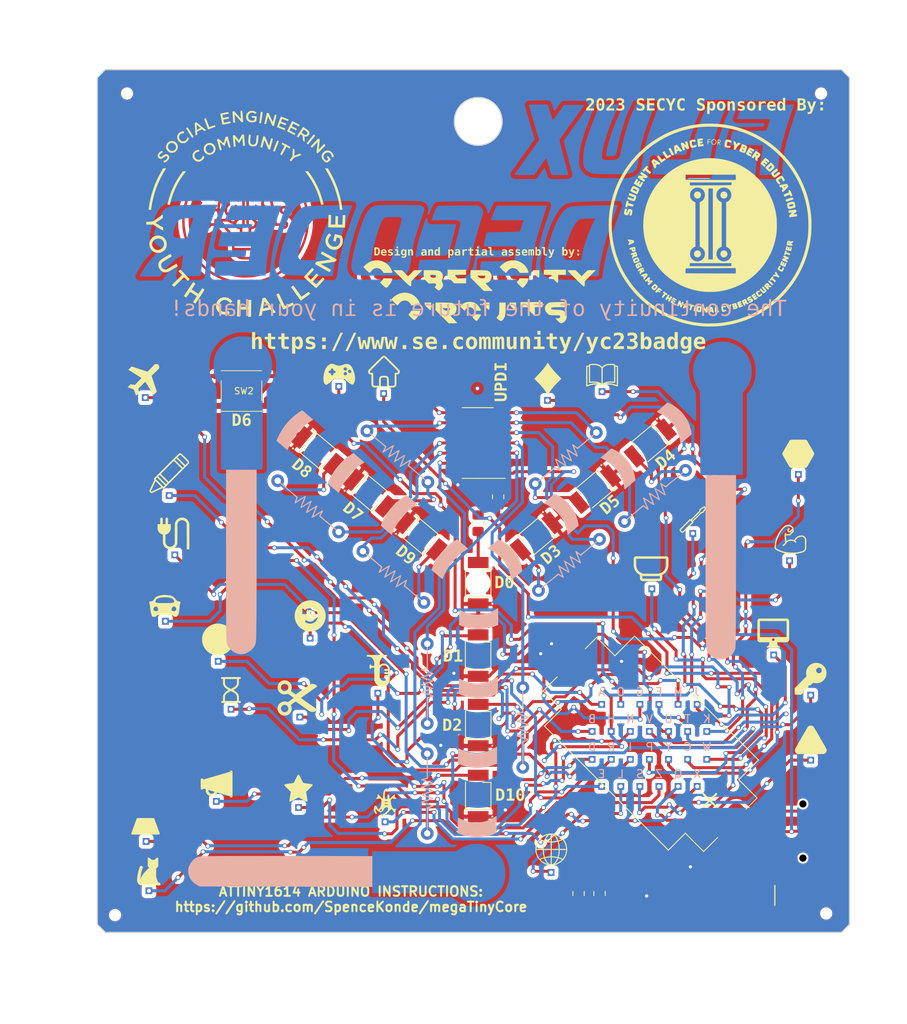
<source format=kicad_pcb>
(kicad_pcb (version 20221018) (generator pcbnew)
  (layers (0 "F.Cu" signal) (31 "B.Cu" signal) (34 "B.Paste" user) (35 "F.Paste" user) (36 "B.SilkS" user "B.Silkscreen") (37 "F.SilkS" user "F.Silkscreen") (38 "B.Mask" user) (39 "F.Mask" user) (44 "Edge.Cuts" user))
  (net 0 "")
  (net 1 "+BATT")
  (net 2 "GND")
  (net 3 "VCC")
  (net 4 "+5V")
  (net 5 "Net-(D1-A)")
  (net 6 "Net-(D2-A)")
  (net 7 "Net-(D3-A)")
  (net 8 "Net-(D4-A)")
  (net 9 "Net-(D5-A)")
  (net 10 "Net-(D6-A)")
  (net 11 "Net-(D7-A)")
  (net 12 "Net-(D8-A)")
  (net 13 "Net-(D9-A)")
  (net 14 "Net-(D10-A)")
  (net 15 "Net-(D11-A)")
  (net 16 "Net-(J1-CC1)")
  (net 17 "/UDPI")
  (net 18 "Net-(J1-CC2)")
  (net 20 "/D00")
  (net 21 "/D06")
  (net 22 "/D07")
  (net 23 "/D01")
  (net 24 "/D02")
  (net 25 "/D03")
  (net 26 "/D04")
  (net 27 "/D05")
  (net 28 "/D08")
  (net 29 "/D09")
  (net 30 "/D10")
  (net 31 "/SYM_A")
  (net 32 "/SYM_B")
  (net 33 "/SYM_C")
  (net 34 "/SYM_D")
  (net 35 "/SYM_E")
  (net 36 "/SYM_F")
  (net 37 "/SYM_G")
  (net 38 "/SYM_H")
  (net 39 "/SYM_I")
  (net 40 "/SYM_J")
  (net 41 "/SYM_K")
  (net 42 "/SYM_L")
  (net 43 "/SYM_M")
  (net 44 "/SYM_N")
  (net 45 "/SYM_O")
  (net 46 "/SYM_P")
  (net 47 "/SYM_Q")
  (net 48 "/SYM_R")
  (net 49 "/SYM_S")
  (net 50 "/SYM_T")
  (net 51 "/SYM_U")
  (net 52 "/SYM_V")
  (net 53 "/SYM_W")
  (net 54 "/SYM_X")
  (net 55 "/SYM_Y")
  (net 56 "/SYM_Z")
  (footprint "Connector_PinHeader_1.00mm:PinHeader_1x01_P1.00mm_Vertical" (layer "F.Cu") (at 58.3 132.4)
    (fp_text reference "AL13" hide)
    (fp_text value "TestPoint")
  )
  (footprint "LOGO" (layer "F.Cu") (at 88.15 73.45)
    (fp_text reference "G***" hide)
    (fp_text value "LOGO" hide)
  )
  (footprint "Connector_PinHeader_1.00mm:PinHeader_1x01_P1.00mm_Vertical" (layer "F.Cu") (at 87.4 113.8)
    (fp_text reference "AL10" hide)
    (fp_text value "TestPoint")
  )
  (footprint "LOGO" (layer "F.Cu") (at 67.32 107.06)
    (fp_text reference "G***" hide)
    (fp_text value "LOGO" hide)
  )
  (footprint "Connector_PinHeader_1.00mm:PinHeader_1x01_P1.00mm_Vertical" (layer "F.Cu") (at 77.45 128.15)
    (fp_text reference "AL14" hide)
    (fp_text value "TestPoint")
  )
  (footprint "Connector_PinHeader_1.00mm:PinHeader_1x01_P1.00mm_Vertical" (layer "F.Cu") (at 108.7 77.05)
    (fp_text reference "AL23" hide)
    (fp_text value "TestPoint")
  )
  (footprint "LOGO" (layer "F.Cu") (at 60.6 102.8)
    (fp_text reference "G***" hide)
    (fp_text value "LOGO" hide)
  )
  (footprint "CCC-Parts-Library:LED_PLCC-2_REVMNT_3.2x2.8mm" (layer "F.Cu") (at 92.8 94.1 140)
    (fp_text reference "D7" hide)
    (fp_text value "LED")
  )
  (footprint "CCC-Parts-Library:LED_PLCC-2_REVMNT_3.2x2.8mm" (layer "F.Cu") (at 114.63 88.2 40)
    (fp_text reference "D2" hide)
    (fp_text value "LED")
  )
  (footprint "LOGO" (layer "F.Cu") (at 87.45 110.99)
    (fp_text reference "G***" hide)
    (fp_text value "LOGO" hide)
  )
  (footprint "LOGO" (layer "F.Cu") (at 129.068376 55.024084)
    (fp_text reference "G***" hide)
    (fp_text value "LOGO" hide)
  )
  (footprint "Connector_PinHeader_1.00mm:PinHeader_1x01_P1.00mm_Vertical" (layer "F.Cu") (at 60.72 104.77)
    (fp_text reference "AL5" hide)
    (fp_text value "TestPoint")
  )
  (footprint "LOGO" (layer "F.Cu") (at 77.43 125.71)
    (fp_text reference "G***" hide)
    (fp_text value "LOGO" hide)
  )
  (footprint "LOGO" (layer "F.Cu") (at 70.8 53.625)
    (fp_text reference "G***" hide)
    (fp_text value "LOGO" hide)
  )
  (footprint "CCC-Parts-Library:LED_PLCC-2_REVMNT_3.2x2.8mm" (layer "F.Cu") (at 100 100 -90)
    (fp_text reference "D10" hide)
    (fp_text value "LED")
  )
  (footprint "LOGO" (layer "F.Cu") (at 68.95 113.4)
    (fp_text reference "G***" hide)
    (fp_text value "LOGO" hide)
  )
  (footprint "CCC-Parts-Library:USB C Power Only C2927027" (layer "F.Cu") (at 123.9 142.82 180)
    (fp_text reference "J1" hide)
    (fp_text value "USB_C_Power_Only_C2927027")
  )
  (footprint "Connector_PinHeader_1.00mm:PinHeader_1x01_P1.00mm_Vertical" (layer "F.Cu") (at 126.95 93.75)
    (fp_text reference "AL20" hide)
    (fp_text value "TestPoint")
  )
  (footprint "CCC-Parts-Library:Machine Mount 1.05mm" (layer "F.Cu") (at 55.9 38.9)
    (fp_text reference "REF**" hide)
    (fp_text value "Machine Mount 1.05mm" hide)
  )
  (footprint "LOGO" (layer "F.Cu") (at 57.96 74.48)
    (fp_text reference "G***" hide)
    (fp_text value "LOGO" hide)
  )
  (footprint "" (layer "F.Cu") (at 143.7 141.45)
    (fp_text reference "")
    (fp_text value "")
  )
  (footprint "CCC-Parts-Library:UDPI PAD" (layer "F.Cu") (at 99.9 75.55)
    (fp_text reference "J2" hide)
    (fp_text value "UDPI PROGRAMMING PAD" hide)
  )
  (footprint "LOGO" (layer "F.Cu") (at 58.63 136.19)
    (fp_text reference "G***" hide)
    (fp_text value "LOGO" hide)
  )
  (footprint "Connector_PinHeader_1.00mm:PinHeader_1x01_P1.00mm_Vertical" (layer "F.Cu") (at 82.5 75.3)
    (fp_text reference "AL15" hide)
    (fp_text value "TestPoint" hide)
  )
  (footprint "LOGO" (layer "F.Cu") (at 129.068376 55.024084)
    (fp_text reference "G***" hide)
    (fp_text value "LOGO" hide)
  )
  (footprint "CCC-Parts-Library:500-0001-TS1187ACGB-(2_Pin)" (layer "F.Cu") (at 70.275 75.875 180)
    (fp_text reference "SW2")
    (fp_text value "SW_Push" hide)
  )
  (footprint "Connector_PinHeader_1.00mm:PinHeader_1x01_P1.00mm_Vertical" (layer "F.Cu") (at 141.75 114.05)
    (fp_text reference "AL17" hide)
    (fp_text value "TestPoint")
  )
  (footprint "Connector_PinHeader_1.00mm:PinHeader_1x01_P1.00mm_Vertical" (layer "F.Cu") (at 67.12 127.38)
    (fp_text reference "AL22" hide)
    (fp_text value "TestPoint")
  )
  (footprint "LOGO" (layer "F.Cu") (at 140.19 83.75)
    (fp_text reference "G***" hide)
    (fp_text value "LOGO" hide)
  )
  (footprint "LOGO" (layer "F.Cu") (at 58.22 130.51)
    (fp_text reference "G***" hide)
    (fp_text value "LOGO" hide)
  )
  (footprint "LOGO" (layer "F.Cu") (at 77.3 114.4)
    (fp_text reference "G***" hide)
    (fp_text value "LOGO" hide)
  )
  (footprint "Connector_PinHeader_1.00mm:PinHeader_1x01_P1.00mm_Vertical" (layer "F.Cu") (at 141.75 122.2)
    (fp_text reference "AL19" hide)
    (fp_text value "TestPoint")
  )
  (footprint "LOGO" (layer "F.Cu") (at 109.17 133.4)
    (fp_text reference "G***" hide)
    (fp_text value "LOGO" hide)
  )
  (footprint "Connector_PinHeader_1.00mm:PinHeader_1x01_P1.00mm_Vertical" (layer "F.Cu") (at 58.2 76.7)
    (fp_text reference "AL9" hide)
    (fp_text value "TestPoint")
  )
  (footprint "CCC-Parts-Library:LED_PLCC-2_REVMNT_3.2x2.8mm" (layer "F.Cu") (at 79.858284 83.378752 140)
    (fp_text reference "D9" hide)
    (fp_text value "LED")
  )
  (footprint "CCC-Parts-Library:C_0805" (layer "F.Cu") (at 102.5 89.15 90)
    (fp_text reference "C1" hide)
    (fp_text value "0.1uF")
  )
  (footprint "Connector_PinHeader_1.00mm:PinHeader_1x01_P1.00mm_Vertical" (layer "F.Cu") (at 140.2 86.35)
    (fp_text reference "AL11" hide)
    (fp_text value "TestPoint")
  )
  (footprint "LOGO" (layer "F.Cu") (at 61.73 93.75)
    (fp_text reference "G***" hide)
    (fp_text value "LOGO" hide)
  )
  (footprint "CCC-Parts-Library:LED_PLCC-2_REVMNT_3.2x2.8mm" (layer "F.Cu") (at 86.358284 88.678752 140)
    (fp_text reference "D8" hide)
    (fp_text value "LED")
  )
  (footprint "Connector_PinHeader_1.00mm:PinHeader_1x01_P1.00mm_Vertical" (layer "F.Cu") (at 121.8 100.7)
    (fp_text reference "AL3" hide)
    (fp_text value "TestPoint")
  )
  (footprint "Connector_PinHeader_1.00mm:PinHeader_1x01_P1.00mm_Vertical" (layer "F.Cu") (at 109.15 136.3)
    (fp_text reference "AL12" hide)
    (fp_text value "TestPoint")
  )
  (footprint "LOGO" (layer "F.Cu") (at 88.446436 127.486519)
    (fp_text reference "G***" hide)
    (fp_text value "LOGO" hide)
  )
  (footprint "Connector_PinHeader_1.00mm:PinHeader_1x01_P1.00mm_Vertical" (layer "F.Cu") (at 139.1 97.18)
    (fp_text reference "AL8" hide)
    (fp_text value "TestPoint")
  )
  (footprint "LOGO" (layer "F.Cu") (at 108.69 74.28)
    (fp_text reference "G***" hide)
    (fp_text value "LOGO" hide)
  )
  (footprint "Connector_PinHeader_1.00mm:PinHeader_1x01_P1.00mm_Vertical" (layer "F.Cu") (at 58.65 138.6)
    (fp_text reference "AL24" hide)
    (fp_text value "TestPoint")
  )
  (footprint "Connector_PinHeader_1.00mm:PinHeader_1x01_P1.00mm_Vertical" (layer "F.Cu") (at 115.55 75.95)
    (fp_text reference "AL16" hide)
    (fp_text value "TestPoint")
  )
  (footprint "LOGO" (layer "F.Cu") (at 141.74 111.99)
    (fp_text reference "G***" hide)
    (fp_text value "LOGO" hide)
  )
  (footprint "CCC-Parts-Library:LED_PLCC-2_REVMNT_3.2x2.8mm" (layer "F.Cu") (at 100 117.8 -90)
    (fp_text reference "D5" hide)
    (fp_text value "LED")
  )
  (footprint "CCC-Parts-Library:LED_PLCC-2_REVMNT_3.2x2.8mm" (layer "F.Cu") (at 107.3 94.1 40)
    (fp_text reference "D1" hide)
    (fp_text value "LED")
  )
  (footprint "Connector_PinHeader_1.00mm:PinHeader_1x01_P1.00mm_Vertical" (layer "F.Cu") (at 77.6 116.8)
    (fp_text reference "AL2" hide)
    (fp_text value "TestPoint")
  )
  (footprint "LOGO" (layer "F.Cu") (at 126.96 92.01)
    (fp_text reference "G***" hide)
    (fp_text value "LOGO" hide)
  )
  (footprint "LOGO" (layer "F.Cu") (at 129.068376 55.024084)
    (fp_text reference "G***" hide)
    (fp_text value "LOGO" hide)
  )
  (footprint "Connector_PinHeader_1.00mm:PinHeader_1x01_P1.00mm_Vertical" (layer "F.Cu") (at 88.13 76.2)
    (fp_text reference "AL25" hide)
    (fp_text value "TestPoint")
  )
  (footprint "CCC-Parts-Library:R_0805" (layer "F.Cu") (at 115.232981 138.95 90)
    (fp_text reference "R12" hide)
    (fp_text value "5.1 kΩ")
  )
  (footprint "CCC-Parts-Library:R_0805" (layer "F.Cu") (at 112.6 138.95 90)
    (fp_text reference "R11" hide)
    (fp_text value "5.1 kΩ")
  )
  (footprint "LOGO" (layer "F.Cu") (at 115.55 73.88)
    (fp_text reference "G***" hide)
    (fp_text value "LOGO" hide)
  )
  (footprint "" (layer "F.Cu") (at 143.05 38.75)
    (fp_text reference "")
    (fp_text value "")
  )
  (footprint "CCC-Parts-Library:LED_PLCC-2_REVMNT_3.2x2.8mm" (layer "F.Cu") (at 99.99 109.080254 -90)
    (fp_text reference "D4" hide)
    (fp_text value "LED")
  )
  (footprint "Connector_PinHeader_1.00mm:PinHeader_1x01_P1.00mm_Vertical" (layer "F.Cu") (at 67.35 109.8)
    (fp_text reference "AL21" hide)
    (fp_text value "TestPoint")
  )
  (footprint "LOGO" (layer "F.Cu") (at 121.71 98.02)
    (fp_text reference "G***" hide)
    (fp_text value "LOGO" hide)
  )
  (footprint "" (layer "F.Cu") (at 54.4 141.65)
    (fp_text reference "")
    (fp_text value "")
  )
  (footprint "LOGO" (layer "F.Cu") (at 78.9 104.1)
    (fp_text reference "G***" hide)
    (fp_text value "LOGO" hide)
  )
  (footprint "CCC_Drawings:Logo - Cyber City Circuits - Two Line 30mm" (layer "F.Cu") (at 100 63.425)
    (fp_text reference "G***" hide)
    (fp_text value "LOGO" hide)
  )
  (footprint "CCC-Parts-Library:LED_PLCC-2_REVMNT_3.2x2.8mm" (layer "F.Cu") (at 121.6 82.4 40)
    (fp_text reference "D3" hide)
    (fp_text value "LED")
  )
  (footprint "Connector_PinHeader_1.00mm:PinHeader_1x01_P1.00mm_Vertical" (layer "F.Cu") (at 88.3 129.95)
    (fp_text reference "AL26" hide)
    (fp_text value "TestPoint")
  )
  (footprint "Connector_PinHeader_1.00mm:PinHeader_1x01_P1.00mm_Vertical" (layer "F.Cu") (at 137.12 109.01)
    (fp_text reference "AL6" hide)
    (fp_text value "TestPoint")
  )
  (footprint "CCC-Parts-Library:R_0805_NoText" (layer "F.Cu") (at 99.98 92.47 -90)
    (fp_text reference "R10" hide)
    (fp_text value "R_LED")
  )
  (footprint "Connector_PinHeader_1.00mm:PinHeader_1x01_P1.00mm_Vertical" (layer "F.Cu") (at 61.9 96.45)
    (fp_text reference "AL18" hide)
    (fp_text value "TestPoint")
  )
  (footprint "Connector_PinHeader_1.00mm:PinHeader_1x01_P1.00mm_Vertical" (layer "F.Cu") (at 68.96 115.81)
    (fp_text reference "AL7" hide)
    (fp_text value "TestPoint")
  )
  (footprint "Connector_PinHeader_1.00mm:PinHeader_1x01_P1.00mm_Vertical" (layer "F.Cu") (at 78.9 106.9)
    (fp_text reference "AL4" hide)
    (fp_text value "TestPoint")
  )
  (footprint "CCC-Parts-Library:CR2032-LCSC-C964760" (layer "F.Cu") (at 121.761596 120.061596 135)
    (fp_text reference "BT1" hide)
    (fp_text value "Battery_Cell")
  )
  (footprint "Connector_PinHeader_1.00mm:PinHeader_1x01_P1.00mm_Vertical" (layer "F.Cu") (at 61.2 89)
    (fp_text reference "AL1" hide)
    (fp_text value "TestPoint")
  )
  (footprint "LOGO" (layer "F.Cu") (at 137.05 106.25)
    (fp_text reference "G***" hide)
    (fp_text value "LOGO" hide)
  )
  (footprint "LOGO" (layer "F.Cu") (at 141.76 119.65)
    (fp_text reference "G***" hide)
    (fp_text value "LOGO" hide)
  )
  (footprint "LOGO" (layer "F.Cu") (at 67.15 125.2)
    (fp_text reference "G***" hide)
    (fp_text value "LOGO" hide)
  )
  (footprint "Package_SO:SOIC-14_3.9x8.7mm_P1.27mm" (layer "F.Cu") (at 99.94 82.4 180)
    (fp_text reference "U1" hide)
    (fp_text value "ATtiny1614-SS")
  )
  (footprint "CCC-Parts-Library:Switch, Side - LCSC C963207" (layer "F.Cu") (at 140.775 131.1 90)
    (fp_text reference "SW1" hide)
    (fp_text value "SW_SPDT" hide)
  )
  (footprint "LOGO" (layer "F.Cu") (at 61.21 86.18)
    (fp_text reference "G***" hide)
    (fp_text value "LOGO" hide)
  )
  (footprint "LOGO" (layer "F.Cu") (at 139.2 94.5)
    (fp_text reference "G***" hide)
    (fp_text value "LOGO" hide)
  )
  (footprint "CCC-Parts-Library:DO-214AC" (layer "F.Cu") (at 134.5 139.175 180)
    (fp_text reference "D11" hide)
    (fp_text value "Schottky" hide)
  )
  (footprint "LOGO" (layer "F.Cu") (at 82.54 73.77)
    (fp_text reference "G***" hide)
    (fp_text value "LOGO" hide)
  )
  (footprint "CCC-Parts-Library:LED_PLCC-2_REVMNT_3.2x2.8mm" (layer "F.Cu") (at 100 126.7 -90)
    (fp_text reference "D6" hide)
    (fp_text value "LED")
  )
  (footprint "LOGO" (layer "F.Cu") (at 100 100)
    (fp_text reference "G***" hide)
    (fp_text value "LOGO" hide)
  )
  (footprint "Connector_PinHeader_1.00mm:PinHeader_1x01_P1.00mm_Vertical" (layer "B.Cu") (at 125.1 125.5 180)
    (fp_text reference "Q")
    (fp_text value "TestPoint" hide)
  )
  (footprint "Connector_PinHeader_1.00mm:PinHeader_1x01_P1.00mm_Vertical" (layer "B.Cu") (at 119.1 118.6 180)
    (fp_text reference "N")
    (fp_text value "TestPoint")
  )
  (footprint "Connector_PinHeader_1.00mm:PinHeader_1x01_P1.00mm_Vertical" (layer "B.Cu") (at 122.7 115.2 180)
    (fp_text reference "F")
    (fp_text value "TestPoint")
  )
  (footprint "Connector_PinHeader_1.00mm:PinHeader_1x01_P1.00mm_Vertical" (layer "B.Cu") (at 127.5 115.2 180)
    (fp_text reference "J")
    (fp_text value "TestPoint" hide)
  )
  (footprint "CCC-Schematic-Footprints:Schematic - Resistor 10.00mm" (layer "B.Cu") (at 111.4 97.7 -140)
    (fp_text reference "R1" hide)
    (fp_text value "R_LED")
  )
  (footprint "Connector_PinHeader_1.00mm:PinHeader_1x01_P1.00mm_Vertical" (layer "B.Cu") (at 117.9 115.2 180)
    (fp_text reference "O")
    (fp_text value "TestPoint")
  )
  (footprint "CCC-Schematic-Footprints:Schematic - Resistor 10.00mm" (layer "B.Cu") (at 93.6 112.6 -90)
    (fp_text reference "R4" hide)
    (fp_text value "R_LED")
  )
  (footprint "CCC-Schematic-Footprints:Schematic - Resistor 10.00mm" (layer "B.Cu") (at 93.6 126.4 -90)
    (fp_text reference "R6" hide)
    (fp_text value "R_LED")
  )
  (footprint "Connector_PinHeader_1.00mm:PinHeader_1x01_P1.00mm_Vertical" (layer "B.Cu") (at 128.7 122.1 180)
    (fp_text reference "W")
    (fp_text value "TestPoint")
  )
  (footprint "Connector_PinHeader_1.00mm:PinHeader_1x01_P1.00mm_Vertical" (layer "B.Cu") (at 126.3 118.6 180)
    (fp_text reference "T")
    (fp_text value "TestPoint")
  )
  (footprint "CCC-Schematic-Footprints:Schematic - Resistor 10.00mm" (layer "B.Cu") (at 78.65 90.35 140)
    (fp_text reference "R9" hide)
    (fp_text value "R_LED")
  )
  (footprint "Connector_PinHeader_1.00mm:PinHeader_1x01_P1.00mm_Vertical" (layer "B.Cu") (at 116.7 118.6 180)
    (fp_text reference "H")
    (fp_text value "TestPoint")
  )
  (footprint "CCC-Schematic-Footprints:Schematic - Resistor 10.00mm" (layer "B.Cu") (at 89.35 99.2 -40)
    (fp_text reference "R7" hide)
    (fp_text value "R_LED")
  )
  (footprint "Connector_PinHeader_1.00mm:PinHeader_1x01_P1.00mm_Vertical" (layer "B.Cu") (at 122.7 125.5 180)
    (fp_text reference "Z")
    (fp_text value "TestPoint" hide)
  )
  (footprint "CCC-Schematic-Footprints:Schematic - Resistor 10.00mm" (layer "B.Cu") (at 122.2 89.05 40)
    (fp_text reference "R3" hide)
    (fp_text value "R_LED")
  )
  (footprint "Connector_PinHeader_1.00mm:PinHeader_1x01_P1.00mm_Vertical" (layer "B.Cu") (at 120.3 125.5 180)
    (fp_text reference "S")
    (fp_text value "TestPoint")
  )
  (footprint "Connector_PinHeader_1.00mm:PinHeader_1x01_P1.00mm_Vertical" (layer "B.Cu") (at 114.3 118.6 180)
    (fp_text reference "B")
    (fp_text value "TestPoint")
  )
  (footprint "Connector_PinHeader_1.00mm:PinHeader_1x01_P1.00mm_Vertical" (layer "B.Cu") (at 123.9 122.1 180)
    (fp_text reference "Y")
    (fp_text value "TestPoint")
  )
  (footprint "CCC-Schematic-Footprints:Schematic - Resistor 10.00mm" (layer "B.Cu") (at 89.85 84.1 -40)
    (fp_text reference "R8" hide)
    (fp_text value "R_LED")
  )
  (footprint "Connector_PinHeader_1.00mm:PinHeader_1x01_P1.00mm_Vertical" (layer "B.Cu") (at 119.1 122.1 180)
    (fp_text reference "I")
    (fp_text value "TestPoint")
  )
  (footprint "Connector_PinHeader_1.00mm:PinHeader_1x01_P1.00mm_Vertical" (layer "B.Cu") (at 116.7 122.1 180)
    (fp_text reference "R")
    (fp_text value "TestPoint")
  )
  (footprint "CCC-Schematic-Footprints:Schematic - Resistor 10.00mm" (layer "B.Cu") (at 111 84.3 -140)
    (fp_text reference "R2" hide)
    (fp_text value "R_LED")
  )
  (footprint "Connector_PinHeader_1.00mm:PinHeader_1x01_P1.00mm_Vertical" (layer "B.Cu") (at 125.1 115.2 180)
    (fp_text reference "M")
    (fp_text value "TestPoint")
  )
  (footprint "CCC-Schematic-Footprints:Schematic - Resistor 10.00mm" (layer "B.Cu") (at 105.6 118.1 -90)
    (fp_text reference "R5" hide)
    (fp_text value "R_LED")
  )
  (footprint "LOGO" (layer "B.Cu") (at 109.7 50.55 180)
    (fp_text reference "G***" hide)
    (fp_text value "LOGO" hide)
  )
  (footprint "Connector_PinHeader_1.00mm:PinHeader_1x01_P1.00mm_Vertical" (layer "B.Cu") (at 121.5 122.1 180)
    (fp_text reference "P")
    (fp_text value "TestPoint")
  )
  (footprint "Connector_PinHeader_1.00mm:PinHeader_1x01_P1.00mm_Vertical" (layer "B.Cu") (at 123.9 118.6 180)
    (fp_text reference "U")
    (fp_text value "TestPoint")
  )
  (footprint "Connector_PinHeader_1.00mm:PinHeader_1x01_P1.00mm_Vertical" (layer "B.Cu") (at 115.5 115.2 180)
    (fp_text reference "A")
    (fp_text value "TestPoint")
  )
  (footprint "Connector_PinHeader_1.00mm:PinHeader_1x01_P1.00mm_Vertical" (layer "B.Cu") (at 114.3 122.1 180)
    (fp_text reference "D")
    (fp_text value "TestPoint")
  )
  (footprint "Connector_PinHeader_1.00mm:PinHeader_1x01_P1.00mm_Vertical" (layer "B.Cu") (at 117.9 125.5 180)
    (fp_text reference "L")
    (fp_text value "TestPoint")
  )
  (footprint "Connector_PinHeader_1.00mm:PinHeader_1x01_P1.00mm_Vertical" (layer "B.Cu") (at 128.7 118.6 180)
    (fp_text reference "K")
    (fp_text value "TestPoint")
  )
  (footprint "Connector_PinHeader_1.00mm:PinHeader_1x01_P1.00mm_Vertical" (layer "B.Cu") (at 127.5 125.5 180)
    (fp_text reference "X")
    (fp_text value "TestPoint")
  )
  (footprint "Connector_PinHeader_1.00mm:PinHeader_1x01_P1.00mm_Vertical" (layer "B.Cu") (at 126.3 122.1 180)
    (fp_text reference "C")
    (fp_text value "TestPoint")
  )
  (footprint "Connector_PinHeader_1.00mm:PinHeader_1x01_P1.00mm_Vertical" (layer "B.Cu") (at 121.5 118.6 180)
    (fp_text reference "V")
    (fp_text value "TestPoint")
  )
  (footprint "Connector_PinHeader_1.00mm:PinHeader_1x01_P1.00mm_Vertical" (layer "B.Cu") (at 120.3 115.2 180)
    (fp_text reference "G")
    (fp_text value "TestPoint")
  )
  (footprint "Connector_PinHeader_1.00mm:PinHeader_1x01_P1.00mm_Vertical" (layer "B.Cu") (at 115.5 125.5 180)
    (fp_text reference "E")
    (fp_text value "TestPoint")
  )
  (gr_line (start 145.62 35.537587) (end 146.62 36.537587) (stroke (width 0.15)) (layer "Edge.Cuts"))
  (gr_line (start 146.62 142.822413) (end 146.62 36.537587) (stroke (width 0.15)) (layer "Edge.Cuts"))
  (gr_line (start 52.18 36.537587) (end 52.18 142.822413) (stroke (width 0.15)) (layer "Edge.Cuts"))
  (gr_circle (center 100 42.037587) (end 103 42.037587) (stroke (width 0.15)) (fill none) (layer "Edge.Cuts"))
  (gr_line (start 145.62 143.822413) (end 53.18 143.822413) (stroke (width 0.15)) (layer "Edge.Cuts"))
  (gr_line (start 53.18 35.537587) (end 52.18 36.537587) (stroke (width 0.15)) (layer "Edge.Cuts"))
  (gr_line (start 53.18 35.537587) (end 145.62 35.537587) (stroke (width 0.15)) (layer "Edge.Cuts"))
  (gr_line (start 145.62 143.822413) (end 146.62 142.822413) (stroke (width 0.15)) (layer "Edge.Cuts"))
  (gr_line (start 52.18 142.822413) (end 53.18 143.822413) (stroke (width 0.15)) (layer "Edge.Cuts"))
  (gr_text "The continuity of the future is in your hands!" (at 100 65.625) (layer "B.SilkS") (effects (font (size 2 2) (thickness 0.25)) (justify mirror)))
  (gr_text locked "ATTINY1614 ARDUINO INSTRUCTIONS:\nhttps://github.com/SpenceKonde/megaTinyCore" (at 84.025 139.65) (layer "F.SilkS") (effects (font (size 1.2 1.2) (thickness 0.25) bold)))
  (gr_text "Design and partial assembly by:" (at 99.925 58.45) (layer "F.SilkS") (effects (font (size 1 1) (thickness 0.25) bold)))
  (gr_text "D8" (at 76.275 85.5 320) (layer "F.SilkS") (effects (font (size 1.5 1.5) (thickness 0.3) bold) (justify left bottom)))
  (gr_text "UPDI" (at 103.825 77.25 90) (layer "F.SilkS") (effects (font (size 1.5 1.5) (thickness 0.3) bold) (justify left bottom)))
  (gr_text "D6" (at 69.025 80.5) (layer "F.SilkS") (effects (font (size 1.5 1.5) (thickness 0.3) bold) (justify left bottom)))
  (gr_text "https://www.se.community/yc23badge" (at 100 69.775) (layer "F.SilkS") (effects (font (size 2 2) (thickness 0.3) bold)))
  (gr_text "D4" (at 123.2 85.975 40) (layer "F.SilkS") (effects (font (size 1.5 1.5) (thickness 0.3) bold) (justify left bottom)))
  (gr_text "D2" (at 95.475 118.775) (layer "F.SilkS") (effects (font (size 1.5 1.5) (thickness 0.3) bold) (justify left bottom)))
  (gr_text "D1" (at 95.575 110.1) (layer "F.SilkS") (effects (font (size 1.5 1.5) (thickness 0.3) bold) (justify left bottom)))
  (gr_text "D0" (at 102.025 100.875) (layer "F.SilkS") (effects (font (size 1.5 1.5) (thickness 0.3) bold) (justify left bottom)))
  (gr_text "D10" (at 102.125 127.55) (layer "F.SilkS") (effects (font (size 1.5 1.5) (thickness 0.3) bold) (justify left bottom)))
  (gr_text "D3" (at 108.8 97.95 40) (layer "F.SilkS") (effects (font (size 1.5 1.5) (thickness 0.3) bold) (justify left bottom)))
  (gr_text "2023 SECYC Sponsored By:" (at 128.604233 40.049084) (layer "F.SilkS") (effects (font (size 1.5 1.5) (thickness 0.3) bold)))
  (gr_text "D7" (at 82.7 90.95 320) (layer "F.SilkS") (effects (font (size 1.5 1.5) (thickness 0.3) bold) (justify left bottom)))
  (gr_text "D5" (at 116.2 91.675 40) (layer "F.SilkS") (effects (font (size 1.5 1.5) (thickness 0.3) bold) (justify left bottom)))
  (gr_text "D9" (at 89.325 96.375 320) (layer "F.SilkS") (effects (font (size 1.5 1.5) (thickness 0.3) bold) (justify left bottom)))
  (segment (start 132.8 129.6) (end 136.445 129.6) (width 0.381) (layer "F.Cu") (net 1))
  (segment (start 132.05 130.35) (end 132.8 129.6) (width 0.381) (layer "F.Cu") (net 1))
  (segment (start 136.445 129.6) (end 137.445 128.6) (width 0.381) (layer "F.Cu") (net 1))
  (segment (start 137.445 128.6) (end 144.105 128.6) (width 0.381) (layer "F.Cu") (net 1))
  (segment (start 111.473192 109.773192) (end 117.973192 109.773192) (width 0.381) (layer "F.Cu") (net 2))
  (segment (start 97.465 87.635) (end 97.45 87.65) (width 0.381) (layer "F.Cu") (net 2))
  (segment (start 102.55 129.3) (end 100 129.3) (width 0.381) (layer "F.Cu") (net 2))
  (segment (start 99.99 111.680254) (end 101.346261 111.680254) (width 0.381) (layer "F.Cu") (net 2))
  (segment (start 99.99 111.680254) (end 97.330254 111.680254) (width 0.381) (layer "F.Cu") (net 2))
  (segment (start 100 120.4) (end 102.7 120.4) (width 0.381) (layer "F.Cu") (net 2))
  (segment (start 103.4 128.45) (end 102.55 129.3) (width 0.381) (layer "F.Cu") (net 2))
  (segment (start 111.473192 109.773192) (end 108.773192 109.773192) (width 0.381) (layer "F.Cu") (net 2))
  (segment (start 111.373192 109.773192) (end 109.2 107.6) (width 0.381) (layer "F.Cu") (net 2))
  (segment (start 106.85 109.85) (end 107.85 108.85) (width 0.381) (layer "F.Cu") (net 2))
  (segment (start 111.473192 109.773192) (end 111.373192 109.773192) (width 0.381) (layer "F.Cu") (net 2))
  (segment (start 101.346261 111.680254) (end 103.176515 109.85) (width 0.381) (layer "F.Cu") (net 2))
  (segment (start 73.275 74) (end 67.275 74) (width 0.381) (layer "F.Cu") (net 2))
  (segment (start 126.65 137.22) (end 126.65 135.6) (width 0.381) (layer "F.Cu") (net 2))
  (segment (start 117.973192 109.773192) (end 118 109.8) (width 0.381) (layer "F.Cu") (net 2))
  (segment (start 95.45 120.5) (end 99.9 120.5) (width 0.381) (layer "F.Cu") (net 2))
  (segment (start 103.176515 109.85) (end 106.85 109.85) (width 0.381) (layer "F.Cu") (net 2))
  (segment (start 95.3 120.35) (end 95.45 120.5) (width 0.381) (layer "F.Cu") (net 2))
  (segment (start 97.465 86.21) (end 97.465 87.635) (width 0.381) (layer "F.Cu") (net 2))
  (segment (start 99.9 120.5) (end 100 120.4) (width 0.381) (layer "F.Cu") (net 2))
  (segment (start 102.7 120.4) (end 103.7 119.4) (width 0.381) (layer "F.Cu") (net 2))
  (segment (start 121.15 137.22) (end 121.15 139.25) (width 0.381) (layer "F.Cu") (net 2))
  (segment (start 108.773192 109.773192) (end 107.85 108.85) (width 0.381) (layer "F.Cu") (net 2))
  (segment (start 97.330254 111.680254) (end 96.95 111.3) (width 0.381) (layer "F.Cu") (net 2))
  (via (at 97.45 87.65) (size 0.6) (drill 0.4) (layers "F.Cu" "B.Cu") (net 2))
  (via (at 126.65 135.6) (size 0.6) (drill 0.4) (layers "F.Cu" "B.Cu") (net 2))
  (via (at 121.15 139.25) (size 0.6) (drill 0.4) (layers "F.Cu" "B.Cu") (net 2))
  (via (at 96.95 111.3) (size 0.6) (drill 0.4) (layers "F.Cu" "B.Cu") (net 2))
  (via (at 95.3 120.35) (size 0.6) (drill 0.4) (layers "F.Cu" "B.Cu") (net 2))
  (via (at 107.85 108.85) (size 0.6) (drill 0.4) (layers "F.Cu" "B.Cu") (net 2))
  (via (at 103.4 128.45) (size 0.6) (drill 0.4) (layers "F.Cu" "B.Cu") (net 2))
  (via (at 103.7 119.4) (size 0.6) (drill 0.4) (layers "F.Cu" "B.Cu") (net 2))
  (via (at 109.2 107.6) (size 0.6) (drill 0.4) (layers "F.Cu" "B.Cu") (net 2))
  (via (at 118 109.8) (size 0.6) (drill 0.4) (layers "F.Cu" "B.Cu") (net 2))
  (segment (start 102.175 86.45) (end 102.415 86.21) (width 0.381) (layer "F.Cu") (net 3))
  (segment (start 116.95 106) (end 117 106.05) (width 0.381) (layer "F.Cu") (net 3))
  (segment (start 139.35 131.175) (end 139.4 131.125) (width 0.381) (layer "F.Cu") (net 3))
  (segment (start 104.4 86.2) (end 102.425 86.2) (width 0.381) (layer "F.Cu") (net 3))
  (segment (start 112 86) (end 104.6 86) (width 0.381) (layer "F.Cu") (net 3))
  (segment (start 102.425 86.2) (end 102.415 86.21) (width 0.381) (layer "F.Cu") (net 3))
  (segment (start 139.4 131.125) (end 144.08 131.125) (width 0.381) (layer "F.Cu") (net 3))
  (segment (start 102.175 88.5) (end 102.175 86.45) (width 0.381) (layer "F.Cu") (net 3))
  (segment (start 139.35 131.175) (end 137.52 131.175) (width 0.381) (layer "F.Cu") (net 3))
  (segment (start 144.08 131.125) (end 144.105 131.1) (width 0.381) (layer "F.Cu") (net 3))
  (segment (start 124.65 106.8) (end 126.75 106.8) (width 0.381) (layer "F.Cu") (net 3))
  (segment (start 104.6 86) (end 104.4 86.2) (width 0.381) (layer "F.Cu") (net 3))
  (segment (start 116.95 96.85) (end 116.95 106) (width 0.381) (layer "F.Cu") (net 3))
  (segment (start 126.75 106.8) (end 128.15 108.2) (width 0.381) (layer "F.Cu") (net 3))
  (segment (start 137.52 131.175) (end 137.445 131.1) (width 0.381) (layer "F.Cu") (net 3))
  (via (at 124.65 106.8) (size 0.6) (drill 0.4) (layers "F.Cu" "B.Cu") (net 3))
  (via (at 112 86) (size 0.6) (drill 0.4) (layers "F.Cu" "B.Cu") (net 3))
  (via (at 117 106.05) (size 0.6) (drill 0.4) (layers "F.Cu" "B.Cu") (net 3))
  (via (at 128.15 108.2) (size 0.6) (drill 0.4) (layers "F.Cu" "B.Cu") (net 3))
  (via (at 139.35 131.175) (size 0.6) (drill 0.4) (layers "F.Cu" "B.Cu") (net 3))
  (via (at 116.95 96.85) (size 0.6) (drill 0.4) (layers "F.Cu" "B.Cu") (net 3))
  (segment (start 109.181 89.081) (end 109.181 87.619) (width 0.381) (layer "B.Cu") (net 3))
  (segment (start 112.031 91.931) (end 109.181 89.081) (width 0.381) (layer "B.Cu") (net 3))
  (segment (start 116.2 92.8) (end 113.4 92.8) (width 0.381) (layer "B.Cu") (net 3))
  (segment (start 109.181 87.619) (end 110.8 86) (width 0.381) (layer "B.Cu") (net 3))
  (segment (start 110.8 86) (end 112 86) (width 0.381) (layer "B.Cu") (net 3))
  (segment (start 137.45 106.45) (end 129.9 106.45) (width 0.381) (layer "B.Cu") (net 3))
  (segment (start 116.95 93.55) (end 116.2 92.8) (width 0.381) (layer "B.Cu") (net 3))
  (segment (start 139.35 131.175) (end 139.35 108.35) (width 0.381) (layer "B.Cu") (net 3))
  (segment (start 117.9405 106.9905) (end 124.4595 106.9905) (width 0.381) (layer "B.Cu") (net 3))
  (segment (start 124.4595 106.9905) (end 124.65 106.8) (width 0.381) (layer "B.Cu") (net 3))
  (segment (start 116.95 96.85) (end 116.95 93.55) (width 0.381) (layer "B.Cu") (net 3))
  (segment (start 129.9 106.45) (end 128.15 108.2) (width 0.381) (layer "B.Cu") (net 3))
  (segment (start 113.4 92.8) (end 112.5 93.7) (width 0.381) (layer "B.Cu") (net 3))
  (segment (start 112.031 93.231) (end 112.031 91.931) (width 0.381) (layer "B.Cu") (net 3))
  (segment (start 117 106.05) (end 117.9405 106.9905) (width 0.381) (layer "B.Cu") (net 3))
  (segment (start 139.35 108.35) (end 137.45 106.45) (width 0.381) (layer "B.Cu") (net 3))
  (segment (start 112.5 93.7) (end 112.031 93.231) (width 0.381) (layer "B.Cu") (net 3))
  (segment (start 136.2 139.175) (end 136.2 134.845) (width 0.381) (layer "F.Cu") (net 4))
  (segment (start 137.445 133.6) (end 144.105 133.6) (width 0.381) (layer "F.Cu") (net 4))
  (segment (start 136.2 134.845) (end 137.445 133.6) (width 0.381) (layer "F.Cu") (net 4))
  (segment (start 107.6 98.062964) (end 105.308284 95.771248) (width 0.381) (layer "F.Cu") (net 5))
  (segment (start 107.6 98.4) (end 107.6 98.062964) (width 0.381) (layer "F.Cu") (net 5))
  (via (at 107.6 98.4) (size 0.6) (drill 0.4) (layers "F.Cu" "B.Cu") (net 5))
  (segment (start 107.569778 98.430222) (end 107.6 98.4) (width 0.381) (layer "B.Cu") (net 5))
  (segment (start 107.569778 100.913938) (end 107.569778 98.430222) (width 0.381) (layer "B.Cu") (net 5))
  (segment (start 112.017036 89.25) (end 112.638284 89.871248) (width 0.381) (layer "F.Cu") (net 6))
  (segment (start 107.15 89.25) (end 112.017036 89.25) (width 0.381) (layer "F.Cu") (net 6))
  (via (at 107.15 89.25) (size 0.6) (drill 0.4) (layers "F.Cu" "B.Cu") (net 6))
  (segment (start 107.15 87.533716) (end 107.169778 87.513938) (width 0.381) (layer "B.Cu") (net 6))
  (segment (start 107.15 89.25) (end 107.15 87.533716) (width 0.381) (layer "B.Cu") (net 6))
  (segment (start 121.75 86.212964) (end 119.608284 84.071248) (width 0.381) (layer "F.Cu") (net 7))
  (segment (start 121.75 87.25) (end 121.75 86.212964) (width 0.381) (layer "F.Cu") (net 7))
  (via (at 121.75 87.25) (size 0.6) (drill 0.4) (layers "F.Cu" "B.Cu") (net 7))
  (segment (start 125.580222 85.836062) (end 126.030222 85.836062) (width 0.381) (layer "B.Cu") (net 7))
  (segment (start 125.880222 85.986062) (end 126.030222 85.836062) (width 0.381) (layer "B.Cu") (net 7))
  (segment (start 123.013938 85.986062) (end 125.880222 85.986062) (width 0.381) (layer "B.Cu") (net 7))
  (segment (start 121.75 87.25) (end 123.013938 85.986062) (width 0.381) (layer "B.Cu") (net 7))
  (segment (start 125.5 85.75584) (end 125.580222 85.836062) (width 0.381) (layer "B.Cu") (net 7))
  (segment (start 95.45 106.25) (end 95.8 106.6) (width 0.381) (layer "F.Cu") (net 8))
  (segment (start 99.870254 106.6) (end 99.99 106.480254) (width 0.381) (layer "F.Cu") (net 8))
  (segment (start 95.8 106.6) (end 99.870254 106.6) (width 0.381) (layer "F.Cu") (net 8))
  (via (at 95.45 106.25) (size 0.6) (drill 0.4) (layers "F.Cu" "B.Cu") (net 8))
  (segment (start 95.45 106.25) (end 95.5 106.3) (width 0.381) (layer "B.Cu") (net 8))
  (segment (start 95.5 110.45) (end 93.6 112.35) (width 0.381) (layer "B.Cu") (net 8))
  (segment (start 93.6 112.35) (end 93.6 117.6) (width 0.381) (layer "B.Cu") (net 8))
  (segment (start 95.5 106.3) (end 95.5 110.45) (width 0.381) (layer "B.Cu") (net 8))
  (segment (start 104.574192 115.2) (end 100 115.2) (width 0.381) (layer "F.Cu") (net 9))
  (segment (start 104.904192 115.53) (end 104.574192 115.2) (width 0.381) (layer "F.Cu") (net 9))
  (via (at 104.904192 115.53) (size 0.6) (drill 0.4) (layers "F.Cu" "B.Cu") (net 9))
  (segment (start 104.904192 115.53) (end 105.6 116.225808) (width 0.381) (layer "B.Cu") (net 9))
  (segment (start 105.6 116.225808) (end 105.6 123.1) (width 0.381) (layer "B.Cu") (net 9))
  (segment (start 95 124.15) (end 95.05 124.1) (width 0.381) (layer "F.Cu") (net 10))
  (segment (start 95.05 124.1) (end 100 124.1) (width 0.381) (layer "F.Cu") (net 10))
  (via (at 95 124.15) (size 0.6) (drill 0.4) (layers "F.Cu" "B.Cu") (net 10))
  (segment (start 93.6 131.4) (end 93.6 125.55) (width 0.381) (layer "B.Cu") (net 10))
  (segment (start 93.6 125.55) (end 95 124.15) (width 0.381) (layer "B.Cu") (net 10))
  (segment (start 94.791716 95.771248) (end 94.728752 95.771248) (width 0.381) (layer "F.Cu") (net 11))
  (segment (start 94.728752 95.771248) (end 92.55 97.95) (width 0.381) (layer "F.Cu") (net 11))
  (via (at 92.55 97.95) (size 0.6) (drill 0.4) (layers "F.Cu" "B.Cu") (net 11))
  (segment (start 92.55 97.95) (end 92.55 101.783716) (width 0.381) (layer "B.Cu") (net 11))
  (segment (start 92.55 101.783716) (end 93.180222 102.413938) (width 0.381) (layer "B.Cu") (net 11))
  (segment (start 89.05 89.65) (end 88.728752 89.971248) (width 0.381) (layer "F.Cu") (net 12))
  (segment (start 94.25 89.65) (end 89.05 89.65) (width 0.381) (layer "F.Cu") (net 12))
  (segment (start 94.4 89.5) (end 94.25 89.65) (width 0.381) (layer "F.Cu") (net 12))
  (via (at 94.4 89.5) (size 0.6) (drill 0.4) (layers "F.Cu" "B.Cu") (net 12))
  (segment (start 93.680222 88.780222) (end 93.680222 87.313938) (width 0.381) (layer "B.Cu") (net 12))
  (segment (start 94.4 89.5) (end 93.680222 88.780222) (width 0.381) (layer "B.Cu") (net 12))
  (segment (start 80.6 88.25) (end 80.6 86.3) (width 0.381) (layer "F.Cu") (net 13))
  (segment (start 80.6 86.3) (end 81.85 85.05) (width 0.381) (layer "F.Cu") (net 13))
  (via (at 80.6 88.25) (size 0.6) (drill 0.4) (layers "F.Cu" "B.Cu") (net 13))
  (segment (start 80.575 88.275) (end 75.958716 88.275) (width 0.381) (layer "B.Cu") (net 13))
  (segment (start 75.958716 88.275) (end 74.819778 87.136062) (width 0.381) (layer "B.Cu") (net 13))
  (segment (start 80.6 88.25) (end 80.575 88.275) (width 0.381) (layer "B.Cu") (net 13))
  (segment (start 100 93.515) (end 99.98 93.495) (width 0.381) (layer "F.Cu") (net 14))
  (segment (start 100 97.4) (end 100 93.515) (width 0.381) (layer "F.Cu") (net 14))
  (segment (start 123.2 139.1) (end 126.1 139.1) (width 0.381) (layer "F.Cu") (net 15))
  (segment (start 122.38 138.28) (end 123.2 139.1) (width 0.381) (layer "F.Cu") (net 15))
  (segment (start 125.4 138.4) (end 126.1 139.1) (width 0.381) (layer "F.Cu") (net 15))
  (segment (start 132.725 139.1) (end 132.8 139.175) (width 0.381) (layer "F.Cu") (net 15))
  (segment (start 125.4 137.22) (end 125.4 138.4) (width 0.381) (layer "F.Cu") (net 15))
  (segment (start 122.38 137.22) (end 122.38 138.28) (width 0.381) (layer "F.Cu") (net 15))
  (segment (start 126.1 139.1) (end 132.725 139.1) (width 0.381) (layer "F.Cu") (net 15))
  (segment (start 123.7 135.15) (end 124.4 135.85) (width 0.381) (layer "F.Cu") (net 16))
  (segment (start 112.6 137.925) (end 112.6 136.7) (width 0.381) (layer "F.Cu") (net 16))
  (segment (start 114.15 135.15) (end 123.7 135.15) (width 0.381) (layer "F.Cu") (net 16))
  (segment (start 112.6 136.7) (end 114.15 135.15) (width 0.381) (layer "F.Cu") (net 16))
  (segment (start 124.4 135.85) (end 124.4 137.22) (width 0.381) (layer "F.Cu") (net 16))
  (segment (start 98.67 81.13) (end 99.9 79.9) (width 0.381) (layer "F.Cu") (net 17))
  (segment (start 99.9 79.9) (end 99.9 75.55) (width 0.381) (layer "F.Cu") (net 17))
  (segment (start 97.465 81.13) (end 98.67 81.13) (width 0.381) (layer "F.Cu") (net 17))
  (via (at 99.9 75.55) (size 0.6) (drill 0.4) (layers "F.Cu" "B.Cu") (net 17))
  (segment (start 123.4 136.3) (end 123.4 137.42) (width 0.381) (layer "F.Cu") (net 18))
  (segment (start 115.232981 137.925) (end 115.232981 136.667019) (width 0.381) (layer "F.Cu") (net 18))
  (segment (start 115.232981 136.667019) (end 116.169 135.731) (width 0.381) (layer "F.Cu") (net 18))
  (segment (start 122.831 135.731) (end 123.4 136.3) (width 0.381) (layer "F.Cu") (net 18))
  (segment (start 116.169 135.731) (end 122.831 135.731) (width 0.381) (layer "F.Cu") (net 18))
  (segment (start 99.98 91.445) (end 100.8 90.625) (width 0.381) (layer "F.Cu") (net 20))
  (segment (start 100.8 85.4) (end 101.26 84.94) (width 0.381) (layer "F.Cu") (net 20))
  (segment (start 101.26 84.94) (end 102.415 84.94) (width 0.381) (layer "F.Cu") (net 20))
  (segment (start 100.8 90.625) (end 100.8 85.4) (width 0.381) (layer "F.Cu") (net 20))
  (segment (start 67.275 77.75) (end 73.275 77.75) (width 0.381) (layer "F.Cu") (net 21))
  (segment (start 76.65 73.5) (end 73.275 76.875) (width 0.381) (layer "F.Cu") (net 21))
  (segment (start 90 73.5) (end 76.65 73.5) (width 0.381) (layer "F.Cu") (net 21))
  (segment (start 73.275 76.875) (end 73.275 77.75) (width 0.381) (layer "F.Cu") (net 21))
  (segment (start 97.465 78.59) (end 95.11 78.59) (width 0.381) (layer "F.Cu") (net 21))
  (segment (start 95.11 78.59) (end 95.1 78.6) (width 0.381) (layer "F.Cu") (net 21))
  (segment (start 95.1 78.6) (end 90 73.5) (width 0.381) (layer "F.Cu") (net 21))
  (via (at 95.1 78.6) (size 0.6) (drill 0.4) (layers "F.Cu" "B.Cu") (net 21))
  (segment (start 97.465 79.86) (end 95.19 79.86) (width 0.381) (layer "F.Cu") (net 22))
  (segment (start 95.19 79.86) (end 95.15 79.9) (width 0.381) (layer "F.Cu") (net 22))
  (via (at 95.15 79.9) (size 0.6) (drill 0.4) (layers "F.Cu" "B.Cu") (net 22))
  (segment (start 86.629778 80.276062) (end 86.019778 80.886062) (width 0.381) (layer "B.Cu") (net 22))
  (segment (start 94.773938 80.276062) (end 86.629778 80.276062) (width 0.381) (layer "B.Cu") (net 22))
  (segment (start 95.15 79.9) (end 94.773938 80.276062) (width 0.381) (layer "B.Cu") (net 22))
  (segment (start 104.83 83.67) (end 104.85 83.65) (width 0.381) (layer "F.Cu") (net 23))
  (segment (start 102.415 83.67) (end 104.83 83.67) (width 0.381) (layer "F.Cu") (net 23))
  (via (at 104.85 83.65) (size 0.6) (drill 0.4) (layers "F.Cu" "B.Cu") (net 23))
  (segment (start 104.85 89.65) (end 95.7 98.8) (width 0.381) (layer "B.Cu") (net 23))
  (segment (start 104.85 83.65) (end 104.85 89.65) (width 0.381) (layer "B.Cu") (net 23))
  (segment (start 93.6 105.421658) (end 93.6 107.6) (width 0.381) (layer "B.Cu") (net 23))
  (segment (start 95.7 103.321658) (end 93.6 105.421658) (width 0.381) (layer "B.Cu") (net 23))
  (segment (start 95.7 98.8) (end 95.7 103.321658) (width 0.381) (layer "B.Cu") (net 23))
  (segment (start 102.415 82.4) (end 104.85 82.4) (width 0.381) (layer "F.Cu") (net 24))
  (via (at 104.85 82.4) (size 0.6) (drill 0.4) (layers "F.Cu" "B.Cu") (net 24))
  (segment (start 104.85 82.4) (end 105.5405 83.0905) (width 0.381) (layer "B.Cu") (net 24))
  (segment (start 105.6 100.3) (end 105.6 113.1) (width 0.381) (layer "B.Cu") (net 24))
  (segment (start 101.75 96.45) (end 105.6 100.3) (width 0.381) (layer "B.Cu") (net 24))
  (segment (start 101.75 93.65) (end 101.75 96.45) (width 0.381) (layer "B.Cu") (net 24))
  (segment (start 105.5405 83.0905) (end 105.5405 89.8595) (width 0.381) (layer "B.Cu") (net 24))
  (segment (start 105.5405 89.8595) (end 101.75 93.65) (width 0.381) (layer "B.Cu") (net 24))
  (segment (start 104.77 81.13) (end 104.8 81.1) (width 0.381) (layer "F.Cu") (net 25))
  (segment (start 102.415 81.13) (end 104.77 81.13) (width 0.381) (layer "F.Cu") (net 25))
  (via (at 104.8 81.1) (size 0.6) (drill 0.4) (layers "F.Cu" "B.Cu") (net 25))
  (segment (start 107.6 81.1) (end 109.35 82.85) (width 0.381) (layer "B.Cu") (net 25))
  (segment (start 111.836062 94.486062) (end 115.230222 94.486062) (width 0.381) (layer "B.Cu") (net 25))
  (segment (start 109.35 82.85) (end 109.35 86.628342) (width 0.381) (layer "B.Cu") (net 25))
  (segment (start 104.8 81.1) (end 107.6 81.1) (width 0.381) (layer "B.Cu") (net 25))
  (segment (start 108.6 89.321658) (end 111.45 92.171658) (width 0.381) (layer "B.Cu") (net 25))
  (segment (start 108.6 87.378342) (end 108.6 89.321658) (width 0.381) (layer "B.Cu") (net 25))
  (segment (start 109.35 86.628342) (end 108.6 87.378342) (width 0.381) (layer "B.Cu") (net 25))
  (segment (start 111.45 92.171658) (end 111.45 94.1) (width 0.381) (layer "B.Cu") (net 25))
  (segment (start 111.45 94.1) (end 111.836062 94.486062) (width 0.381) (layer "B.Cu") (net 25))
  (segment (start 102.415 79.86) (end 104.79 79.86) (width 0.381) (layer "F.Cu") (net 26))
  (segment (start 104.79 79.86) (end 104.8 79.85) (width 0.381) (layer "F.Cu") (net 26))
  (via (at 104.8 79.85) (size 0.6) (drill 0.4) (layers "F.Cu" "B.Cu") (net 26))
  (segment (start 119 91.633716) (end 119 85.9) (width 0.381) (layer "B.Cu") (net 26))
  (segment (start 111.65 79.85) (end 104.8 79.85) (width 0.381) (layer "B.Cu") (net 26))
  (segment (start 114.75 82.95) (end 111.65 79.85) (width 0.381) (layer "B.Cu") (net 26))
  (segment (start 118.369778 92.263938) (end 119 91.633716) (width 0.381) (layer "B.Cu") (net 26))
  (segment (start 116.05 82.95) (end 114.75 82.95) (width 0.381) (layer "B.Cu") (net 26))
  (segment (start 119 85.9) (end 116.05 82.95) (width 0.381) (layer "B.Cu") (net 26))
  (segment (start 102.415 78.59) (end 104.79 78.59) (width 0.381) (layer "F.Cu") (net 27))
  (segment (start 104.79 78.59) (end 104.8 78.6) (width 0.381) (layer "F.Cu") (net 27))
  (via (at 104.8 78.6) (size 0.6) (drill 0.4) (layers "F.Cu" "B.Cu") (net 27))
  (segment (start 112.34416 78.6) (end 114.830222 81.086062) (width 0.381) (layer "B.Cu") (net 27))
  (segment (start 104.8 78.6) (end 112.34416 78.6) (width 0.381) (layer "B.Cu") (net 27))
  (segment (start 95.2 82.4) (end 95.15 82.45) (width 0.381) (layer "F.Cu") (net 28))
  (segment (start 97.465 82.4) (end 95.2 82.4) (width 0.381) (layer "F.Cu") (net 28))
  (via (at 95.15 82.45) (size 0.6) (drill 0.4) (layers "F.Cu" "B.Cu") (net 28))
  (segment (start 82.480222 93.563938) (end 87.736062 93.563938) (width 0.381) (layer "B.Cu") (net 28))
  (segment (start 89.25 91.4) (end 91.5 89.15) (width 0.381) (layer "B.Cu") (net 28))
  (segment (start 88.416299 92.233701) (end 89.625 91.025) (width 0.381) (layer "B.Cu") (net 28))
  (segment (start 91.5 86.1) (end 95.15 82.45) (width 0.381) (layer "B.Cu") (net 28))
  (segment (start 88.416299 92.883701) (end 88.416299 92.233701) (width 0.381) (layer "B.Cu") (net 28))
  (segment (start 87.736062 93.563938) (end 88.416299 92.883701) (width 0.381) (layer "B.Cu") (net 28))
  (segment (start 91.5 89.15) (end 91.5 86.1) (width 0.381) (layer "B.Cu") (net 28))
  (segment (start 97.465 83.67) (end 95.23 83.67) (width 0.381) (layer "F.Cu") (net 29))
  (segment (start 95.23 83.67) (end 95.2 83.7) (width 0.381) (layer "F.Cu") (net 29))
  (via (at 95.2 83.7) (size 0.6) (drill 0.4) (layers "F.Cu" "B.Cu") (net 29))
  (segment (start 92.3 89.171658) (end 92.3 86.6) (width 0.381) (layer "B.Cu") (net 29))
  (segment (start 88.997299 93.124359) (end 88.997299 92.474359) (width 0.381) (layer "B.Cu") (net 29))
  (segment (start 88.997299 92.474359) (end 92.3 89.171658) (width 0.381) (layer "B.Cu") (net 29))
  (segment (start 92.3 86.6) (end 95.2 83.7) (width 0.381) (layer "B.Cu") (net 29))
  (segment (start 85.519778 95.986062) (end 85.519778 95.380222) (width 0.381) (layer "B.Cu") (net 29))
  (segment (start 86.569 94.331) (end 87.790658 94.331) (width 0.381) (layer "B.Cu") (net 29))
  (segment (start 87.790658 94.331) (end 88.997299 93.124359) (width 0.381) (layer "B.Cu") (net 29))
  (segment (start 85.519778 95.380222) (end 86.569 94.331) (width 0.381) (layer "B.Cu") (net 29))
  (segment (start 95.24 84.94) (end 95.2 84.9) (width 0.381) (layer "F.Cu") (net 30))
  (segment (start 97.465 84.94) (end 95.24 84.94) (width 0.381) (layer "F.Cu") (net 30))
  (via (at 95.2 84.9) (size 0.6) (drill 0.4) (layers "F.Cu" "B.Cu") (net 30))
  (segment (start 95.2 84.9) (end 95.2 88.131) (width 0.381) (layer "B.Cu") (net 30))
  (segment (start 95.119 98.509342) (end 95.119 103.081) (width 0.381) (layer "B.Cu") (net 30))
  (segment (start 95.119 103.081) (end 92.05 106.15) (width 0.381) (layer "B.Cu") (net 30))
  (segment (start 92.05 119.85) (end 93.6 121.4) (width 0.381) (layer "B.Cu") (net 30))
  (segment (start 95.2 88.131) (end 98.269 91.2) (width 0.381) (layer "B.Cu") (net 30))
  (segment (start 98.269 91.2) (end 98.269 95.359342) (width 0.381) (layer "B.Cu") (net 30))
  (segment (start 98.269 95.359342) (end 95.119 98.509342) (width 0.381) (layer "B.Cu") (net 30))
  (segment (start 92.05 106.15) (end 92.05 119.85) (width 0.381) (layer "B.Cu") (net 30))
  (segment (start 102.9 111.4) (end 101.431 112.869) (width 0.381) (layer "F.Cu") (net 31))
  (segment (start 115.5 115.2) (end 114.25 115.2) (width 0.381) (layer "F.Cu") (net 31))
  (segment (start 106.8 111.4) (end 102.9 111.4) (width 0.381) (layer "F.Cu") (net 31))
  (segment (start 70.95 95.55) (end 67.75 92.35) (width 0.381) (layer "F.Cu") (net 31))
  (segment (start 101.431 112.869) (end 94.740658 112.869) (width 0.381) (layer "F.Cu") (net 31))
  (segment (start 92.310829 109.410829) (end 91.05 108.15) (width 0.381) (layer "F.Cu") (net 31))
  (segment (start 83.35 100.3) (end 83.35 100.4) (width 0.381) (layer "F.Cu") (net 31))
  (segment (start 74.4 95.55) (end 70.95 95.55) (width 0.381) (layer "F.Cu") (net 31))
  (segment (start 92.310829 110.439171) (end 92.310829 109.410829) (width 0.381) (layer "F.Cu") (net 31))
  (segment (start 79.75 96.7) (end 83.35 100.3) (width 0.381) (layer "F.Cu") (net 31))
  (segment (start 86.325 103.375) (end 86.325 103.425) (width 0.381) (layer "F.Cu") (net 31))
  (segment (start 86.325 103.425) (end 91.05 108.15) (width 0.381) (layer "F.Cu") (net 31))
  (segment (start 94.740658 112.869) (end 92.310829 110.439171) (width 0.381) (layer "F.Cu") (net 31))
  (segment (start 114.25 115.2) (end 112.75 113.7) (width 0.381) (layer "F.Cu") (net 31))
  (via (at 91.05 108.15) (size 0.6) (drill 0.4) (layers "F.Cu" "B.Cu") (net 31))
  (via (at 79.75 96.7) (size 0.6) (drill 0.4) (layers "F.Cu" "B.Cu") (net 31))
  (via (at 112.75 113.7) (size 0.6) (drill 0.4) (layers "F.Cu" "B.Cu") (net 31))
  (via (at 106.8 111.4) (size 0.6) (drill 0.4) (layers "F.Cu" "B.Cu") (net 31))
  (via (at 74.4 95.55) (size 0.6) (drill 0.4) (layers "F.Cu" "B.Cu") (net 31))
  (via (at 83.35 100.4) (size 0.6) (drill 0.4) (layers "F.Cu" "B.Cu") (net 31))
  (via (at 86.325 103.375) (size 0.6) (drill 0.4) (layers "F.Cu" "B.Cu") (net 31))
  (via (at 67.75 92.35) (size 0.6) (drill 0.4) (layers "F.Cu" "B.Cu") (net 31))
  (segment (start 78.45 95.55) (end 74.4 95.55) (width 0.381) (layer "B.Cu") (net 31))
  (segment (start 109.1 113.7) (end 106.8 111.4) (width 0.381) (layer "B.Cu") (net 31))
  (segment (start 78.45 95.55) (end 78.6 95.55) (width 0.381) (layer "B.Cu") (net 31))
  (segment (start 86.325 103.375) (end 83.35 100.4) (width 0.381) (layer "B.Cu") (net 31))
  (segment (start 78.6 95.55) (end 79.75 96.7) (width 0.381) (layer "B.Cu") (net 31))
  (segment (start 67.75 92.35) (end 64.4 89) (width 0.381) (layer "B.Cu") (net 31))
  (segment (start 64.4 89) (end 61.2 89) (width 0.381) (layer "B.Cu") (net 31))
  (segment (start 112.75 113.7) (end 109.1 113.7) (width 0.381) (layer "B.Cu") (net 31))
  (segment (start 83.6 118.35) (end 83.75 118.5) (width 0.381) (layer "F.Cu") (net 32))
  (segment (start 103.7 118.55) (end 105 118.55) (width 0.381) (layer "F.Cu") (net 32))
  (segment (start 79.956 118.35) (end 80.15 118.35) (width 0.381) (layer "F.Cu") (net 32))
  (segment (start 102.853316 113.09) (end 101.912316 114.031) (width 0.381) (layer "F.Cu") (net 32))
  (segment (start 105 118.55) (end 107.7 115.85) (width 0.381) (layer "F.Cu") (net 32))
  (segment (start 112.55 118.6) (end 114.3 118.6) (width 0.381) (layer "F.Cu") (net 32))
  (segment (start 80.15 118.35) (end 83.6 118.35) (width 0.381) (layer "F.Cu") (net 32))
  (segment (start 101.912316 114.031) (end 94.019 114.031) (width 0.381) (layer "F.Cu") (net 32))
  (segment (start 103.45 113.09) (end 102.853316 113.09) (width 0.381) (layer "F.Cu") (net 32))
  (segment (start 77.6 116.8) (end 78.406 116.8) (width 0.381) (layer "F.Cu") (net 32))
  (segment (start 94.019 114.031) (end 89.9 118.15) (width 0.381) (layer "F.Cu") (net 32))
  (segment (start 78.406 116.8) (end 79.956 118.35) (width 0.381) (layer "F.Cu") (net 32))
  (via (at 103.7 118.55) (size 0.6) (drill 0.4) (layers "F.Cu" "B.Cu") (net 32))
  (via (at 112.55 118.6) (size 0.6) (drill 0.4) (layers "F.Cu" "B.Cu") (net 32))
  (via (at 83.75 118.5) (size 0.6) (drill 0.4) (layers "F.Cu" "B.Cu") (net 32))
  (via (at 103.45 113.09) (size 0.6) (drill 0.4) (layers "F.Cu" "B.Cu") (net 32))
  (via (at 89.9 118.15) (size 0.6) (drill 0.4) (layers "F.Cu" "B.Cu") (net 32))
  (via (at 107.7 115.85) (size 0.6) (drill 0.4) (layers "F.Cu" "B.Cu") (net 32))
  (segment (start 110.45 118.6) (end 112.55 118.6) (width 0.381) (layer "B.Cu") (net 32))
  (segment (start 103.7 118.55) (end 103.616904 118.466904) (width 0.381) (layer "B.Cu") (net 32))
  (segment (start 107.7 115.85) (end 110.45 118.6) (width 0.381) (layer "B.Cu") (net 32))
  (segment (start 103.616904 118.466904) (end 103.616904 113.256904) (width 0.381) (layer "B.Cu") (net 32))
  (segment (start 87.85 116.1) (end 84.75 116.1) (width 0.381) (layer "B.Cu") (net 32))
  (segment (start 84.75 116.1) (end 83.75 117.1) (width 0.381) (layer "B.Cu") (net 32))
  (segment (start 89.9 118.15) (end 87.85 116.1) (width 0.381) (layer "B.Cu") (net 32))
  (segment (start 103.616904 113.256904) (end 103.45 113.09) (width 0.381) (layer "B.Cu") (net 32))
  (segment (start 83.75 117.1) (end 83.75 118.5) (width 0.381) (layer "B.Cu") (net 32))
  (segment (start 124.85 109.5) (end 124.85 108.45) (width 0.381) (layer "F.Cu") (net 33))
  (segment (start 134.4905 111.9905) (end 136.8595 114.3595) (width 0.381) (layer "F.Cu") (net 33))
  (segment (start 128.6405 111.9905) (end 134.4905 111.9905) (width 0.381) (layer "F.Cu") (net 33))
  (segment (start 133.65 122.75) (end 133.25 123.15) (width 0.381) (layer "F.Cu") (net 33))
  (segment (start 124.85 108.45) (end 122.15 105.75) (width 0.381) (layer "F.Cu") (net 33))
  (segment (start 128.2 109.55) (end 128.2 111.55) (width 0.381) (layer "F.Cu") (net 33))
  (segment (start 136.8595 119.4905) (end 135.9 120.45) (width 0.381) (layer "F.Cu") (net 33))
  (segment (start 126.3 122.4) (end 126.3 122.1) (width 0.381) (layer "F.Cu") (net 33))
  (segment (start 127.05 123.15) (end 126.3 122.4) (width 0.381) (layer "F.Cu") (net 33))
  (segment (start 136.8595 114.3595) (end 136.8595 119.4905) (width 0.381) (layer "F.Cu") (net 33))
  (segment (start 128.2 111.55) (end 128.6405 111.9905) (width 0.381) (layer "F.Cu") (net 33))
  (segment (start 133.25 123.15) (end 127.05 123.15) (width 0.381) (layer "F.Cu") (net 33))
  (via (at 128.2 109.55) (size 0.6) (drill 0.4) (layers "F.Cu" "B.Cu") (net 33))
  (via (at 124.85 109.5) (size 0.6) (drill 0.4) (layers "F.Cu" "B.Cu") (net 33))
  (via (at 135.9 120.45) (size 0.6) (drill 0.4) (layers "F.Cu" "B.Cu") (net 33))
  (via (at 122.15 105.75) (size 0.6) (drill 0.4) (layers "F.Cu" "B.Cu") (net 33))
  (via (at 133.65 122.75) (size 0.6) (drill 0.4) (layers "F.Cu" "B.Cu") (net 33))
  (segment (start 124.9905 109.6405) (end 124.85 109.5) (width 0.381) (layer "B.Cu") (net 33))
  (segment (start 122.15 105.75) (end 121.8 105.4) (width 0.381) (layer "B.Cu") (net 33))
  (segment (start 128.1095 109.6405) (end 124.9905 109.6405) (width 0.381) (layer "B.Cu") (net 33))
  (segment (start 128.2 109.55) (end 128.1095 109.6405) (width 0.381) (layer "B.Cu") (net 33))
  (segment (start 135.9 120.5) (end 135.9 120.45) (width 0.381) (layer "B.Cu") (net 33))
  (segment (start 133.65 122.75) (end 135.9 120.5) (width 0.381) (layer "B.Cu") (net 33))
  (segment (start 121.8 105.4) (end 121.8 100.7) (width 0.381) (layer "B.Cu") (net 33))
  (segment (start 88.7 121.05) (end 88.7 112.271658) (width 0.381) (layer "F.Cu") (net 34))
  (segment (start 97.762 122.85) (end 97.1525 123.4595) (width 0.381) (layer "F.Cu") (net 34))
  (segment (start 107.9 123.9) (end 107.15 124.65) (width 0.381) (layer "F.Cu") (net 34))
  (segment (start 112.3 122.1) (end 111.5 122.9) (width 0.381) (layer "F.Cu") (net 34))
  (segment (start 107.15 124.65) (end 104.7 124.65) (width 0.381) (layer "F.Cu") (net 34))
  (segment (start 82.85 105) (end 83.3 105.45) (width 0.381) (layer "F.Cu") (net 34))
  (segment (start 97.1525 123.4595) (end 91.1095 123.4595) (width 0.381) (layer "F.Cu") (net 34))
  (segment (start 114.3 122.1) (end 112.3 122.1) (width 0.381) (layer "F.Cu") (net 34))
  (segment (start 91.1095 123.4595) (end 88.7 121.05) (width 0.381) (layer "F.Cu") (net 34))
  (segment (start 78.9 105.75) (end 79.65 105) (width 0.381) (layer "F.Cu") (net 34))
  (segment (start 88.7 112.271658) (end 89.8 111.171658) (width 0.381) (layer "F.Cu") (net 34))
  (segment (start 78.9 106.9) (end 78.9 105.75) (width 0.381) (layer "F.Cu") (net 34))
  (segment (start 104.7 124.65) (end 102.9 122.85) (width 0.381) (layer "F.Cu") (net 34))
  (segment (start 102.9 122.85) (end 97.762 122.85) (width 0.381) (layer "F.Cu") (net 34))
  (segment (start 79.65 105) (end 82.85 105) (width 0.381) (layer "F.Cu") (net 34))
  (via (at 107.9 123.9) (size 0.6) (drill 0.4) (layers "F.Cu" "B.Cu") (net 34))
  (via (at 89.722925 111.248733) (size 0.6) (drill 0.4) (layers "F.Cu" "B.Cu") (net 34))
  (via (at 111.5 122.9) (size 0.6) (drill 0.4) (layers "F.Cu" "B.Cu") (net 34))
  (via (at 83.3 105.45) (size 0.6) (drill 0.4) (layers "F.Cu" "B.Cu") (net 34))
  (segment (start 83.924192 105.45) (end 89.722925 111.248733) (width 0.381) (layer "B.Cu") (net 34))
  (segment (start 108.6595 123.1405) (end 107.9 123.9) (width 0.381) (layer "B.Cu") (net 34))
  (segment (start 83.3 105.45) (end 83.924192 105.45) (width 0.381) (layer "B.Cu") (net 34))
  (segment (start 111.2595 123.1405) (end 108.6595 123.1405) (width 0.381) (layer "B.Cu") (net 34))
  (segment (start 111.5 122.9) (end 111.2595 123.1405) (width 0.381) (layer "B.Cu") (net 34))
  (segment (start 91.75 127.4) (end 89.8 125.45) (width 0.381) (layer "F.Cu") (net 35))
  (segment (start 89.8 125.45) (end 85 125.45) (width 0.381) (layer "F.Cu") (net 35))
  (segment (start 94.599503 127.4) (end 91.75 127.4) (width 0.381) (layer "F.Cu") (net 35))
  (segment (start 71.85 97.15) (end 67.6 101.4) (width 0.381) (layer "F.Cu") (net 35))
  (segment (start 107.581389 126.192096) (end 106.55 127.223485) (width 0.381) (layer "F.Cu") (net 35))
  (segment (start 94.9 127.099503) (end 94.599503 127.4) (width 0.381) (layer "F.Cu") (net 35))
  (segment (start 77.2 97.15) (end 71.85 97.15) (width 0.381) (layer "F.Cu") (net 35))
  (segment (start 110.482096 126.192096) (end 107.581389 126.192096) (width 0.381) (layer "F.Cu") (net 35))
  (segment (start 110.482096 126.192096) (end 110.474192 126.2) (width 0.381) (layer "F.Cu") (net 35))
  (segment (start 106.55 127.223485) (end 106.55 127.85) (width 0.381) (layer "F.Cu") (net 35))
  (segment (start 81.9 106.5) (end 81.9 116.45) (width 0.381) (layer "F.Cu") (net 35))
  (via (at 77.2 97.15) (size 0.6) (drill 0.4) (layers "F.Cu" "B.Cu") (net 35))
  (via (at 85 125.45) (size 0.6) (drill 0.4) (layers "F.Cu" "B.Cu") (net 35))
  (via (at 94.9 127.099503) (size 0.6) (drill 0.4) (layers "F.Cu" "B.Cu") (net 35))
  (via (at 67.6 101.4) (size 0.6) (drill 0.4) (layers "F.Cu" "B.Cu") (net 35))
  (via (at 81.9 106.5) (size 0.6) (drill 0.4) (layers "F.Cu" "B.Cu") (net 35))
  (via (at 81.9 116.45) (size 0.6) (drill 0.4) (layers "F.Cu" "B.Cu") (net 35))
  (via (at 110.482096 126.192096) (size 0.6) (drill 0.4) (layers "F.Cu" "B.Cu") (net 35))
  (via (at 106.55 127.85) (size 0.6) (drill 0.4) (layers "F.Cu" "B.Cu") (net 35))
  (segment (start 94.9 127.099503) (end 94.950497 127.15) (width 0.381) (layer "B.Cu") (net 35))
  (segment (start 94.9 127.099503) (end 94.9 128.223485) (width 0.381) (layer "B.Cu") (net 35))
  (segment (start 81.9 106.5) (end 81.9 101.85) (width 0.381) (layer "B.Cu") (net 35))
  (segment (start 106.55 128.95) (end 106.55 127.85) (width 0.381) (layer "B.Cu") (net 35))
  (segment (start 67.6 101.4) (end 67.6 103.45) (width 0.381) (layer "B.Cu") (net 35))
  (segment (start 67.6 103.45) (end 66.28 104.77) (width 0.381) (layer "B.Cu") (net 35))
  (segment (start 81.9 101.85) (end 77.2 97.15) (width 0.381) (layer "B.Cu") (net 35))
  (segment (start 95.1405 128.463985) (end 95.1405 129.618842) (width 0.381) (layer "B.Cu") (net 35))
  (segment (start 102.404485 131.519) (end 103.573485 130.35) (width 0.381) (layer "B.Cu") (net 35))
  (segment (start 66.28 104.77) (end 60.72 104.77) (width 0.381) (layer "B.Cu") (net 35))
  (segment (start 110.482096 126.192096) (end 111.174192 125.5) (width 0.381) (layer "B.Cu") (net 35))
  (segment (start 97.040658 131.519) (end 102.404485 131.519) (width 0.381) (layer "B.Cu") (net 35))
  (segment (start 94.9 128.223485) (end 95.1405 128.463985) (width 0.381) (layer "B.Cu") (net 35))
  (segment (start 111.174192 125.5) (end 115.5 125.5) (width 0.381) (layer "B.Cu") (net 35))
  (segment (start 85 125.45) (end 81.85 122.3) (width 0.381) (layer "B.Cu") (net 35))
  (segment (start 105.15 130.35) (end 106.55 128.95) (width 0.381) (layer "B.Cu") (net 35))
  (segment (start 95.1405 129.618842) (end 97.040658 131.519) (width 0.381) (layer "B.Cu") (net 35))
  (segment (start 81.85 116.5) (end 81.9 116.45) (width 0.381) (layer "B.Cu") (net 35))
  (segment (start 103.573485 130.35) (end 105.15 130.35) (width 0.381) (layer "B.Cu") (net 35))
  (segment (start 81.85 122.3) (end 81.85 121.9) (width 0.381) (layer "B.Cu") (net 35))
  (segment (start 81.85 121.9) (end 81.85 116.5) (width 0.381) (layer "B.Cu") (net 35))
  (segment (start 125.531 117.231) (end 130.081 117.231) (width 0.381) (layer "F.Cu") (net 36))
  (segment (start 130.081 117.231) (end 130.55 117.7) (width 0.381) (layer "F.Cu") (net 36))
  (segment (start 138.55 110.44) (end 138.55 115) (width 0.381) (layer "F.Cu") (net 36))
  (segment (start 137.12 109.01) (end 138.55 110.44) (width 0.381) (layer "F.Cu") (net 36))
  (segment (start 125.15 116.85) (end 125.531 117.231) (width 0.381) (layer "F.Cu") (net 36))
  (via (at 125.15 116.85) (size 0.6) (drill 0.4) (layers "F.Cu" "B.Cu") (net 36))
  (via (at 130.55 117.7) (size 0.6) (drill 0.4) (layers "F.Cu" "B.Cu") (net 36))
  (via (at 138.55 115) (size 0.6) (drill 0.4) (layers "F.Cu" "B.Cu") (net 36))
  (segment (start 125.15 116.85) (end 123.25 116.85) (width 0.381) (layer "B.Cu") (net 36))
  (segment (start 132.526515 116.55) (end 131.376515 117.7) (width 0.381) (layer "B.Cu") (net 36))
  (segment (start 123.25 116.85) (end 122.7 116.3) (width 0.381) (layer "B.Cu") (net 36))
  (segment (start 131.376515 117.7) (end 130.55 117.7) (width 0.381) (layer "B.Cu") (net 36))
  (segment (start 137 116.55) (end 132.526515 116.55) (width 0.381) (layer "B.Cu") (net 36))
  (segment (start 122.7 116.3) (end 122.7 115.2) (width 0.381) (layer "B.Cu") (net 36))
  (segment (start 138.55 115) (end 137 116.55) (width 0.381) (layer "B.Cu") (net 36))
  (segment (start 107.8095 110.7095) (end 108.25 111.15) (width 0.381) (layer "F.Cu") (net 37))
  (segment (start 120.3 117.05) (end 120.3 115.2) (width 0.381) (layer "F.Cu") (net 37))
  (segment (start 108.25 111.15) (end 108.25 114.1) (width 0.381) (layer "F.Cu") (net 37))
  (segment (start 68.96 115.81) (end 71.19 115.81) (width 0.381) (layer "F.Cu") (net 37))
  (segment (start 89.9 119.2) (end 89.9 120.85) (width 0.381) (layer "F.Cu") (net 37))
  (segment (start 87.1 119.65) (end 80.55 119.65) (width 0.381) (layer "F.Cu") (net 37))
  (segment (start 104.7505 110.7095) (end 107.8095 110.7095) (width 0.381) (layer "F.Cu") (net 37))
  (segment (start 104.75 110.71) (end 104.7505 110.7095) (width 0.381) (layer "F.Cu") (net 37))
  (segment (start 96.2 114.95) (end 94.15 114.95) (width 0.381) (layer "F.Cu") (net 37))
  (segment (start 120.35 117.1) (end 120.3 117.05) (width 0.381) (layer "F.Cu") (net 37))
  (segment (start 87.7 119.05) (end 87.1 119.65) (width 0.381) (layer "F.Cu") (net 37))
  (segment (start 71.19 115.81) (end 71.25 115.75) (width 0.381) (layer "F.Cu") (net 37))
  (segment (start 94.15 114.95) (end 89.9 119.2) (width 0.381) (layer "F.Cu") (net 37))
  (via (at 112 115.55) (size 0.6) (drill 0.4) (layers "F.Cu" "B.Cu") (net 37))
  (via (at 104.75 110.71) (size 0.6) (drill 0.4) (layers "F.Cu" "B.Cu") (net 37))
  (via (at 89.9 120.85) (size 0.6) (drill 0.4) (layers "F.Cu" "B.Cu") (net 37))
  (via (at 80.55 119.65) (size 0.6) (drill 0.4) (layers "F.Cu" "B.Cu") (net 37))
  (via (at 120.35 117.1) (size 0.6) (drill 0.4) (layers "F.Cu" "B.Cu") (net 37))
  (via (at 96.2 114.95) (size 0.6) (drill 0.4) (layers "F.Cu" "B.Cu") (net 37))
  (via (at 108.25 114.1) (size 0.6) (drill 0.4) (layers "F.Cu" "B.Cu") (net 37))
  (via (at 71.25 115.75) (size 0.6) (drill 0.4) (layers "F.Cu" "B.Cu") (net 37))
  (via (at 87.7 119.05) (size 0.6) (drill 0.4) (layers "F.Cu" "B.Cu") (net 37))
  (segment (start 120.15 116.9) (end 113.35 116.9) (width 0.381) (layer "B.Cu") (net 37))
  (segment (start 96.2 113.65) (end 96.9 112.95) (width 0.381) (layer "B.Cu") (net 37))
  (segment (start 89.9 120.85) (end 88.1 119.05) (width 0.381) (layer "B.Cu") (net 37))
  (segment (start 111.2 116.35) (end 112 115.55) (width 0.381) (layer "B.Cu") (net 37))
  (segment (start 71.25 115.75) (end 73.65 115.75) (width 0.381) (layer "B.Cu") (net 37))
  (segment (start 108.25 114.1) (end 108.25 114.75) (width 0.381) (layer "B.Cu") (net 37))
  (segment (start 73.65 115.75) (end 74.7 116.8) (width 0.381) (layer "B.Cu") (net 37))
  (segment (start 96.9 112.95) (end 102.51 112.95) (width 0.381) (layer "B.Cu") (net 37))
  (segment (start 74.7 116.8) (end 77.55 119.65) (width 0.381) (layer "B.Cu") (net 37))
  (segment (start 88.1 119.05) (end 87.7 119.05) (width 0.381) (layer "B.Cu") (net 37))
  (segment (start 96.2 114.95) (end 96.2 113.65) (width 0.381) (layer "B.Cu") (net 37))
  (segment (start 102.51 112.95) (end 104.75 110.71) (width 0.381) (layer "B.Cu") (net 37))
  (segment (start 120.35 117.1) (end 120.15 116.9) (width 0.381) (layer "B.Cu") (net 37))
  (segment (start 113.35 116.9) (end 112 115.55) (width 0.381) (layer "B.Cu") (net 37))
  (segment (start 108.25 114.75) (end 109.85 116.35) (width 0.381) (layer "B.Cu") (net 37))
  (segment (start 109.85 116.35) (end 111.2 116.35) (width 0.381) (layer "B.Cu") (net 37))
  (segment (start 77.55 119.65) (end 80.55 119.65) (width 0.381) (layer "B.Cu") (net 37))
  (segment (start 127.925 104.3) (end 127.925 101.025) (width 0.381) (layer "F.Cu") (net 38))
  (segment (start 139.1 100.3) (end 137.8 101.6) (width 0.381) (layer "F.Cu") (net 38))
  (segment (start 116.7 114.35) (end 116.7 118.6) (width 0.381) (layer "F.Cu") (net 38))
  (segment (start 115.65 113.3) (end 116.7 114.35) (width 0.381) (layer "F.Cu") (net 38))
  (segment (start 126.8 108.95) (end 126.8 113.4) (width 0.381) (layer "F.Cu") (net 38))
  (segment (start 118.004609 120.5195) (end 110.2505 120.5195) (width 0.381) (layer "F.Cu") (net 38))
  (segment (start 110.2505 120.5195) (end 110.25 120.519) (width 0.381) (layer "F.Cu") (net 38))
  (segment (start 118.021786 120.502323) (end 118.004609 120.5195) (width 0.381) (layer "F.Cu") (net 38))
  (segment (start 137.8 101.6) (end 137.35 102.05) (width 0.381) (layer "F.Cu") (net 38))
  (segment (start 139.1 97.18) (end 139.1 100.3) (width 0.381) (layer "F.Cu") (net 38))
  (segment (start 127.925 101.025) (end 127.9 101) (width 0.381) (layer "F.Cu") (net 38))
  (segment (start 137.35 102.05) (end 137.35 102.1) (width 0.381) (layer "F.Cu") (net 38))
  (via (at 127.9 101) (size 0.6) (drill 0.4) (layers "F.Cu" "B.Cu") (net 38))
  (via (at 127.925 104.3) (size 0.6) (drill 0.4) (layers "F.Cu" "B.Cu") (net 38))
  (via (at 126.8 108.95) (size 0.6) (drill 0.4) (layers "F.Cu" "B.Cu") (net 38))
  (via (at 110.25 120.519) (size 0.6) (drill 0.4) (layers "F.Cu" "B.Cu") (net 38))
  (via (at 137.35 102.1) (size 0.6) (drill 0.4) (layers "F.Cu" "B.Cu") (net 38))
  (via (at 126.8 113.4) (size 0.6) (drill 0.4) (layers "F.Cu" "B.Cu") (net 38))
  (via (at 118.021786 120.502323) (size 0.6) (drill 0.4) (layers "F.Cu" "B.Cu") (net 38))
  (via (at 115.65 113.3) (size 0.6) (drill 0.4) (layers "F.Cu" "B.Cu") (net 38))
  (via (at 108.3 122.25) (size 0.6) (drill 0.4) (layers "F.Cu" "B.Cu") (net 38))
  (segment (start 131.55 101) (end 132.65 102.1) (width 0.381) (layer "B.Cu") (net 38))
  (segment (start 126.1595 114.0405) (end 116.3905 114.0405) (width 0.381) (layer "B.Cu") (net 38))
  (segment (start 109.061743 121.411743) (end 108.3 122.173485) (width 0.381) (layer "B.Cu") (net 38))
  (segment (start 118.021786 120.502323) (end 116.7 119.180537) (width 0.381) (layer "B.Cu") (net 38))
  (segment (start 126.8 113.4) (end 126.1595 114.0405) (width 0.381) (layer "B.Cu") (net 38))
  (segment (start 127.9 101) (end 131.55 101) (width 0.381) (layer "B.Cu") (net 38))
  (segment (start 108.3 122.173485) (end 108.3 122.25) (width 0.381) (layer "B.Cu") (net 38))
  (segment (start 116.7 119.180537) (end 116.7 118.6) (width 0.381) (layer "B.Cu") (net 38))
  (segment (start 127.925 104.3) (end 126.8 105.425) (width 0.381) (layer "B.Cu") (net 38))
  (segment (start 126.8 105.425) (end 126.8 108.95) (width 0.381) (layer "B.Cu") (net 38))
  (segment (start 132.65 102.1) (end 137.35 102.1) (width 0.381) (layer "B.Cu") (net 38))
  (segment (start 109.954486 120.519) (end 109.061743 121.411743) (width 0.381) (layer "B.Cu") (net 38))
  (segment (start 109.954485 120.519) (end 109.061743 121.411743) (width 0.381) (layer "B.Cu") (net 38))
  (segment (start 116.3905 114.0405) (end 115.65 113.3) (width 0.381) (layer "B.Cu") (net 38))
  (segment (start 110.25 120.519) (end 109.954486 120.519) (width 0.381) (layer "B.Cu") (net 38))
  (segment (start 82.6905 101.0905) (end 81.45 99.85) (width 0.381) (layer "F.Cu") (net 39))
  (segment (start 91.729829 110.679829) (end 91.729829 110.029829) (width 0.381) (layer "F.Cu") (net 39))
  (segment (start 78.15 96.9) (end 78.15 97.1) (width 0.381) (layer "F.Cu") (net 39))
  (segment (start 82.6905 101.1405) (end 82.6905 101.0905) (width 0.381) (layer "F.Cu") (net 39))
  (segment (start 107.9 126.95) (end 110.7 126.95) (width 0.381) (layer "F.Cu") (net 39))
  (segment (start 91.729829 110.029829) (end 89.9 108.2) (width 0.381) (layer "F.Cu") (net 39))
  (segment (start 89.9 108.2) (end 89.85 108.2) (width 0.381) (layer "F.Cu") (net 39))
  (segment (start 58.2 76.7) (end 60.7 76.7) (width 0.381) (layer "F.Cu") (net 39))
  (segment (start 113.8 123.85) (end 117.35 123.85) (width 0.381) (layer "F.Cu") (net 39))
  (segment (start 107.85 126.9) (end 107.9 126.95) (width 0.381) (layer "F.Cu") (net 39))
  (segment (start 94.5 113.45) (end 91.729829 110.679829) (width 0.381) (layer "F.Cu") (net 39))
  (segment (start 117.35 123.85) (end 119.1 122.1) (width 0.381) (layer "F.Cu") (net 39))
  (segment (start 60.7 76.7) (end 65.65 81.65) (width 0.381) (layer "F.Cu") (net 39))
  (segment (start 101.671658 113.45) (end 94.5 113.45) (width 0.381) (layer "F.Cu") (net 39))
  (segment (start 73.525 92.275) (end 78.15 96.9) (width 0.381) (layer "F.Cu") (net 39))
  (segment (start 86.95 102.65) (end 86.15 101.85) (width 0.381) (layer "F.Cu") (net 39))
  (segment (start 104.197904 112.237904) (end 102.883754 112.237904) (width 0.381) (layer "F.Cu") (net 39))
  (segment (start 110.7 126.95) (end 113.8 123.85) (width 0.381) (layer "F.Cu") (net 39))
  (segment (start 83.4 101.85) (end 82.6905 101.1405) (width 0.381) (layer "F.Cu") (net 39))
  (segment (start 86.15 101.85) (end 83.4 101.85) (width 0.381) (layer "F.Cu") (net 39))
  (segment (start 102.883754 112.237904) (end 101.671658 113.45) (width 0.381) (layer "F.Cu") (net 39))
  (via (at 65.65 81.65) (size 0.6) (drill 0.4) (layers "F.Cu" "B.Cu") (net 39))
  (via (at 73.525 92.275) (size 0.6) (drill 0.4) (layers "F.Cu" "B.Cu") (net 39))
  (via (at 89.85 108.2) (size 0.6) (drill 0.4) (layers "F.Cu" "B.Cu") (net 39))
  (via (at 86.95 102.65) (size 0.6) (drill 0.4) (layers "F.Cu" "B.Cu") (net 39))
  (via (at 81.45 99.85) (size 0.6) (drill 0.4) (layers "F.Cu" "B.Cu") (net 39))
  (via (at 78.15 97.1) (size 0.6) (drill 0.4) (layers "F.Cu" "B.Cu") (net 39))
  (via (at 104.197904 112.237904) (size 0.6) (drill 0.4) (layers "F.Cu" "B.Cu") (net 39))
  (via (at 107.85 126.9) (size 0.6) (drill 0.4) (layers "F.Cu" "B.Cu") (net 39))
  (segment (start 104.197904 112.237904) (end 104.197904 113.847904) (width 0.381) (layer "B.Cu") (net 39))
  (segment (start 107.2 126.25) (end 107.85 126.9) (width 0.381) (layer "B.Cu") (net 39))
  (segment (start 107.2 116.85) (end 107.2 126.25) (width 0.381) (layer "B.Cu") (net 39))
  (segment (start 68.25 89.3) (end 65.65 86.7) (width 0.381) (layer "B.Cu") (net 39))
  (segment (start 88.1 103.8) (end 86.95 102.65) (width 0.381) (layer "B.Cu") (net 39))
  (segment (start 88.1 106.45) (end 88.1 103.8) (width 0.381) (layer "B.Cu") (net 39))
  (segment (start 78.7 97.1) (end 81.45 99.85) (width 0.381) (layer "B.Cu") (net 39))
  (segment (start 73.525 92.275) (end 70.55 89.3) (width 0.381) (layer "B.Cu") (net 39))
  (segment (start 89.85 108.2) (end 88.1 106.45) (width 0.381) (layer "B.Cu") (net 39))
  (segment (start 65.65 86.7) (end 65.65 81.65) (width 0.381) (layer "B.Cu") (net 39))
  (segment (start 70.55 89.3) (end 68.25 89.3) (width 0.381) (layer "B.Cu") (net 39))
  (segment (start 104.197904 113.847904) (end 107.2 116.85) (width 0.381) (layer "B.Cu") (net 39))
  (segment (start 78.15 97.1) (end 78.7 97.1) (width 0.381) (layer "B.Cu") (net 39))
  (segment (start 128.4 116.65) (end 131.45 116.65) (width 0.381) (layer "F.Cu") (net 40))
  (segment (start 103.3 116.3) (end 104.39 116.3) (width 0.381) (layer "F.Cu") (net 40))
  (segment (start 127.5 115.2) (end 127.5 115.75) (width 0.381) (layer "F.Cu") (net 40))
  (segment (start 104.39 117.35) (end 106.89 114.85) (width 0.381) (layer "F.Cu") (net 40))
  (segment (start 127.5 115.75) (end 128.4 116.65) (width 0.381) (layer "F.Cu") (net 40))
  (segment (start 87.4 116.8) (end 87.45 116.85) (width 0.381) (layer "F.Cu") (net 40))
  (segment (start 91.05 121.1) (end 92.4 119.75) (width 0.381) (layer "F.Cu") (net 40))
  (segment (start 109.713985 114.2595) (end 110.8905 114.2595) (width 0.381) (layer "F.Cu") (net 40))
  (segment (start 87.4 113.8) (end 87.4 116.8) (width 0.381) (layer "F.Cu") (net 40))
  (segment (start 120.169 110.869) (end 121.2 111.9) (width 0.381) (layer "F.Cu") (net 40))
  (segment (start 104.39 117.86) (end 104.39 117.35) (width 0.381) (layer "F.Cu") (net 40))
  (segment (start 92.4 119.75) (end 92.7 119.45) (width 0.381) (layer "F.Cu") (net 40))
  (segment (start 114.281 110.869) (end 120.169 110.869) (width 0.381) (layer "F.Cu") (net 40))
  (segment (start 92.7 119.45) (end 96.25 119.45) (width 0.381) (layer "F.Cu") (net 40))
  (segment (start 130.1 113) (end 131.45 113) (width 0.381) (layer "F.Cu") (net 40))
  (segment (start 106.89 114.85) (end 109.123485 114.85) (width 0.381) (layer "F.Cu") (net 40))
  (segment (start 102.6 117) (end 103.3 116.3) (width 0.381) (layer "F.Cu") (net 40))
  (segment (start 91.05 122.4) (end 91.05 121.1) (width 0.381) (layer "F.Cu") (net 40))
  (segment (start 96.25 119.45) (end 97.05 118.65) (width 0.381) (layer "F.Cu") (net 40))
  (segment (start 109.123485 114.85) (end 109.713985 114.2595) (width 0.381) (layer "F.Cu") (net 40))
  (segment (start 110.8905 114.2595) (end 114.281 110.869) (width 0.381) (layer "F.Cu") (net 40))
  (segment (start 97.05 118.65) (end 97.05 115.15) (width 0.381) (layer "F.Cu") (net 40))
  (segment (start 131.45 113) (end 131.5 113.05) (width 0.381) (layer "F.Cu") (net 40))
  (segment (start 131.45 116.65) (end 131.5 116.6) (width 0.381) (layer "F.Cu") (net 40))
  (segment (start 121.2 111.9) (end 121.5 111.9) (width 0.381) (layer "F.Cu") (net 40))
  (via (at 131.5 116.6) (size 0.6) (drill 0.4) (layers "F.Cu" "B.Cu") (net 40))
  (via (at 131.5 113.05) (size 0.6) (drill 0.4) (layers "F.Cu" "B.Cu") (net 40))
  (via (at 87.45 116.85) (size 0.6) (drill 0.4) (layers "F.Cu" "B.Cu") (net 40))
  (via (at 104.39 117.86) (size 0.6) (drill 0.4) (layers "F.Cu" "B.Cu") (net 40))
  (via (at 121.5 111.9) (size 0.6) (drill 0.4) (layers "F.Cu" "B.Cu") (net 40))
  (via (at 91.05 122.4) (size 0.6) (drill 0.4) (layers "F.Cu" "B.Cu") (net 40))
  (via (at 104.39 116.3) (size 0.6) (drill 0.4) (layers "F.Cu" "B.Cu") (net 40))
  (via (at 130.1 113) (size 0.6) (drill 0.4) (layers "F.Cu" "B.Cu") (net 40))
  (via (at 102.6 117) (size 0.6) (drill 0.4) (layers "F.Cu" "B.Cu") (net 40))
  (via (at 97.05 115.15) (size 0.6) (drill 0.4) (layers "F.Cu" "B.Cu") (net 40))
  (segment (start 97.269 113.531) (end 102.731 113.531) (width 0.381) (layer "B.Cu") (net 40))
  (segment (start 102.731 113.531) (end 103.035904 113.835904) (width 0.381) (layer "B.Cu") (net 40))
  (segment (start 86.7 117.6) (end 86.7 119.5) (width 0.381) (layer "B.Cu") (net 40))
  (segment (start 130.1 111.173485) (end 130.1 113) (width 0.381) (layer "B.Cu") (net 40))
  (segment (start 122.9 110.5) (end 129.426515 110.5) (width 0.381) (layer "B.Cu") (net 40))
  (segment (start 129.426515 110.5) (end 130.1 111.173485) (width 0.381) (layer "B.Cu") (net 40))
  (segment (start 104.39 117.86) (end 104.39 116.3) (width 0.381) (layer "B.Cu") (net 40))
  (segment (start 97.05 113.75) (end 97.269 113.531) (width 0.381) (layer "B.Cu") (net 40))
  (segment (start 89.6 122.4) (end 91.05 122.4) (width 0.381) (layer "B.Cu") (net 40))
  (segment (start 97.05 115.15) (end 97.05 113.75) (width 0.381) (layer "B.Cu") (net 40))
  (segment (start 103.035904 113.835904) (end 103.035904 116.564096) (width 0.381) (layer "B.Cu") (net 40))
  (segment (start 121.5 111.9) (end 122.9 110.5) (width 0.381) (layer "B.Cu") (net 40))
  (segment (start 131.5 116.6) (end 131.5 113.05) (width 0.381) (layer "B.Cu") (net 40))
  (segment (start 103.035904 116.564096) (end 102.6 117) (width 0.381) (layer "B.Cu") (net 40))
  (segment (start 87.45 116.85) (end 86.7 117.6) (width 0.381) (layer "B.Cu") (net 40))
  (segment (start 86.7 119.5) (end 89.6 122.4) (width 0.381) (layer "B.Cu") (net 40))
  (segment (start 132.05 107.85) (end 132.05 110.25) (width 0.381) (layer "F.Cu") (net 41))
  (segment (start 140.2 86.35) (end 140.2 89.65) (width 0.381) (layer "F.Cu") (net 41))
  (segment (start 133.6 106.3) (end 132.05 107.85) (width 0.381) (layer "F.Cu") (net 41))
  (segment (start 132.05 110.25) (end 132.3 110.5) (width 0.381) (layer "F.Cu") (net 41))
  (segment (start 133.2 116.55) (end 131.2 118.55) (width 0.381) (layer "F.Cu") (net 41))
  (segment (start 133.6 103.55) (end 133.6 95.05) (width 0.381) (layer "F.Cu") (net 41))
  (segment (start 133.6 105.35) (end 133.6 106.3) (width 0.381) (layer "F.Cu") (net 41))
  (segment (start 133.2 114.4) (end 133.2 116.55) (width 0.381) (layer "F.Cu") (net 41))
  (segment (start 133.6 95.05) (end 133.85 94.8) (width 0.381) (layer "F.Cu") (net 41))
  (via (at 133.6 103.55) (size 0.6) (drill 0.4) (layers "F.Cu" "B.Cu") (net 41))
  (via (at 132.3 110.5) (size 0.6) (drill 0.4) (layers "F.Cu" "B.Cu") (net 41))
  (via (at 140.2 89.65) (size 0.6) (drill 0.4) (layers "F.Cu" "B.Cu") (net 41))
  (via (at 133.2 114.4) (size 0.6) (drill 0.4) (layers "F.Cu" "B.Cu") (net 41))
  (via (at 133.85 94.8) (size 0.6) (drill 0.4) (layers "F.Cu" "B.Cu") (net 41))
  (via (at 131.2 118.55) (size 0.6) (drill 0.4) (layers "F.Cu" "B.Cu") (net 41))
  (via (at 133.6 105.35) (size 0.6) (drill 0.4) (layers "F.Cu" "B.Cu") (net 41))
  (segment (start 138.3 93.5) (end 137 94.8) (width 0.381) (layer "B.Cu") (net 41))
  (segment (start 133.2 114.4) (end 133.2 111.4) (width 0.381) (layer "B.Cu") (net 41))
  (segment (start 137 94.8) (end 133.85 94.8) (width 0.381) (layer "B.Cu") (net 41))
  (segment (start 140.2 91.6) (end 138.3 93.5) (width 0.381) (layer "B.Cu") (net 41))
  (segment (start 128.7 118.6) (end 131.15 118.6) (width 0.381) (layer "B.Cu") (net 41))
  (segment (start 140.2 89.65) (end 140.2 91.6) (width 0.381) (layer "B.Cu") (net 41))
  (segment (start 133.2 111.4) (end 132.3 110.5) (width 0.381) (layer "B.Cu") (net 41))
  (segment (start 131.15 118.6) (end 131.2 118.55) (width 0.381) (layer "B.Cu") (net 41))
  (segment (start 133.6 103.55) (end 133.6 105.35) (width 0.381) (layer "B.Cu") (net 41))
  (segment (start 109 136.15) (end 109.15 136.3) (width 0.381) (layer "F.Cu") (net 42))
  (segment (start 106.9 136.15) (end 109 136.15) (width 0.381) (layer "F.Cu") (net 42))
  (segment (start 113.05 128.9) (end 110.6 131.35) (width 0.381) (layer "F.Cu") (net 42))
  (segment (start 117.9 128.9) (end 113.05 128.9) (width 0.381) (layer "F.Cu") (net 42))
  (via (at 117.9 128.9) (size 0.6) (drill 0.4) (layers "F.Cu" "B.Cu") (net 42))
  (via (at 106.9 136.15) (size 0.6) (drill 0.4) (layers "F.Cu" "B.Cu") (net 42))
  (via (at 110.6 131.35) (size 0.6) (drill 0.4) (layers "F.Cu" "B.Cu") (net 42))
  (segment (start 110.6 131.35) (end 106.9 135.05) (width 0.381) (layer "B.Cu") (net 42))
  (segment (start 106.9 135.05) (end 106.9 136.15) (width 0.381) (layer "B.Cu") (net 42))
  (segment (start 117.9 125.5) (end 117.9 128.9) (width 0.381) (layer "B.Cu") (net 42))
  (segment (start 84.15 129.35) (end 79.75 129.35) (width 0.381) (layer "F.Cu") (net 43))
  (segment (start 96.8 121.4) (end 97.019 121.619) (width 0.381) (layer "F.Cu") (net 43))
  (segment (start 104.881 120.869) (end 106.15 119.6) (width 0.381) (layer "F.Cu") (net 43))
  (segment (start 94.9 126.3) (end 92.05 126.3) (width 0.381) (layer "F.Cu") (net 43))
  (segment (start 102.559342 121.619) (end 103.309342 120.869) (width 0.381) (layer "F.Cu") (net 43))
  (segment (start 66.05 133) (end 65.45 132.4) (width 0.381) (layer "F.Cu") (net 43))
  (segment (start 103.309342 120.869) (end 104.881 120.869) (width 0.381) (layer "F.Cu") (net 43))
  (segment (start 125.1 115.2) (end 125.1 112.2) (width 0.381) (layer "F.Cu") (net 43))
  (segment (start 117.55 111.45) (end 115.55 111.45) (width 0.381) (layer "F.Cu") (net 43))
  (segment (start 118.6905 112.5905) (end 117.55 111.45) (width 0.381) (layer "F.Cu") (net 43))
  (segment (start 106.15 118.8) (end 110 114.95) (width 0.381) (layer "F.Cu") (net 43))
  (segment (start 76.15 132.95) (end 75.7 132.95) (width 0.381) (layer "F.Cu") (net 43))
  (segment (start 122.5095 112.5905) (end 118.6905 112.5905) (width 0.381) (layer "F.Cu") (net 43))
  (segment (start 115.55 111.45) (end 114.15 112.85) (width 0.381) (layer "F.Cu") (net 43))
  (segment (start 106.15 119.6) (end 106.15 118.8) (width 0.381) (layer "F.Cu") (net 43))
  (segment (start 79.75 129.35) (end 76.15 132.95) (width 0.381) (layer "F.Cu") (net 43))
  (segment (start 122.9 112.2) (end 122.5095 112.5905) (width 0.381) (layer "F.Cu") (net 43))
  (segment (start 65.45 132.4) (end 58.3 132.4) (width 0.381) (layer "F.Cu") (net 43))
  (segment (start 97.019 121.619) (end 102.559342 121.619) (width 0.381) (layer "F.Cu") (net 43))
  (via (at 122.9 112.2) (size 0.6) (drill 0.4) (layers "F.Cu" "B.Cu") (net 43))
  (via (at 84.15 129.35) (size 0.6) (drill 0.4) (layers "F.Cu" "B.Cu") (net 43))
  (via (at 75.7 132.95) (size 0.6) (drill 0.4) (layers "F.Cu" "B.Cu") (net 43))
  (via (at 94.9 126.3) (size 0.6) (drill 0.4) (layers "F.Cu" "B.Cu") (net 43))
  (via (at 96.8 121.4) (size 0.6) (drill 0.4) (layers "F.Cu" "B.Cu") (net 43))
  (via (at 114.15 112.85) (size 0.6) (drill 0.4) (layers "F.Cu" "B.Cu") (net 43))
  (via (at 125.1 112.2) (size 0.6) (drill 0.4) (layers "F.Cu" "B.Cu") (net 43))
  (via (at 66.05 133) (size 0.6) (drill 0.4) (layers "F.Cu" "B.Cu") (net 43))
  (via (at 110 114.95) (size 0.6) (drill 0.4) (layers "F.Cu" "B.Cu") (net 43))
  (via (at 92.05 126.3) (size 0.6) (drill 0.4) (layers "F.Cu" "B.Cu") (net 43))
  (segment (start 95.55 126.3) (end 94.9 126.3) (width 0.381) (layer "B.Cu") (net 43))
  (segment (start 75.7 132.95) (end 66.1 132.95) (width 0.381) (layer "B.Cu") (net 43))
  (segment (start 89.15 126.3) (end 87.9 127.55) (width 0.381) (layer "B.Cu") (net 43))
  (segment (start 110.1 114.85) (end 110 114.95) (width 0.381) (layer "B.Cu") (net 43))
  (segment (start 92.05 126.3) (end 89.15 126.3) (width 0.381) (layer "B.Cu") (net 43))
  (segment (start 87.9 127.55) (end 86.1 129.35) (width 0.381) (layer "B.Cu") (net 43))
  (segment (start 96.8 121.4) (end 96.8 125.05) (width 0.381) (layer "B.Cu") (net 43))
  (segment (start 96.8 125.05) (end 95.55 126.3) (width 0.381) (layer "B.Cu") (net 43))
  (segment (start 113.35 114.85) (end 110.1 114.85) (width 0.381) (layer "B.Cu") (net 43))
  (segment (start 114.15 114.05) (end 113.35 114.85) (width 0.381) (layer "B.Cu") (net 43))
  (segment (start 66.1 132.95) (end 66.05 133) (width 0.381) (layer "B.Cu") (net 43))
  (segment (start 86.1 129.35) (end 84.15 129.35) (width 0.381) (layer "B.Cu") (net 43))
  (segment (start 122.9 112.2) (end 125.1 112.2) (width 0.381) (layer "B.Cu") (net 43))
  (segment (start 114.15 112.85) (end 114.15 114.05) (width 0.381) (layer "B.Cu") (net 43))
  (segment (start 80.4 128.15) (end 81.35 127.2) (width 0.381) (layer "F.Cu") (net 44))
  (segment (start 109.2 120.75) (end 109.2 120.15) (width 0.381) (layer "F.Cu") (net 44))
  (segment (start 89.8 130.8) (end 89.8 128.573485) (width 0.381) (layer "F.Cu") (net 44))
  (segment (start 95.9095 128.0595) (end 96.6 128.75) (width 0.381) (layer "F.Cu") (net 44))
  (segment (start 89.15 131.45) (end 89.8 130.8) (width 0.381) (layer "F.Cu") (net 44))
  (segment (start 96.6 129.55) (end 96.75 129.7) (width 0.381) (layer "F.Cu") (net 44))
  (segment (start 109.75 125.5) (end 109.75 121.3) (width 0.381) (layer "F.Cu") (net 44))
  (segment (start 96.75 129.7) (end 97.75 130.7) (width 0.381) (layer "F.Cu") (net 44))
  (segment (start 117.871 119.829) (end 115.5 119.829) (width 0.381) (layer "F.Cu") (net 44))
  (segment (start 77.45 128.15) (end 80.4 128.15) (width 0.381) (layer "F.Cu") (net 44))
  (segment (start 109.2 120.15) (end 109.6 119.75) (width 0.381) (layer "F.Cu") (net 44))
  (segment (start 89.8 128.573485) (end 90.313985 128.0595) (width 0.381) (layer "F.Cu") (net 44))
  (segment (start 119.1 118.6) (end 117.871 119.829) (width 0.381) (layer "F.Cu") (net 44))
  (segment (start 96.6 128.75) (end 96.6 129.55) (width 0.381) (layer "F.Cu") (net 44))
  (segment (start 90.313985 128.0595) (end 95.9095 128.0595) (width 0.381) (layer "F.Cu") (net 44))
  (segment (start 97.75 130.7) (end 100.45 130.7) (width 0.381) (layer "F.Cu") (net 44))
  (segment (start 88.25 131.45) (end 89.15 131.45) (width 0.381) (layer "F.Cu") (net 44))
  (segment (start 100.45 130.7) (end 105.65 130.7) (width 0.381) (layer "F.Cu") (net 44))
  (segment (start 109.75 121.3) (end 109.2 120.75) (width 0.381) (layer "F.Cu") (net 44))
  (segment (start 105.65 130.7) (end 108.2 128.15) (width 0.381) (layer "F.Cu") (net 44))
  (via (at 109.75 125.5) (size 0.6) (drill 0.4) (layers "F.Cu" "B.Cu") (net 44))
  (via (at 115.5 119.829) (size 0.6) (drill 0.4) (layers "F.Cu" "B.Cu") (net 44))
  (via (at 81.35 127.2) (size 0.6) (drill 0.4) (layers "F.Cu" "B.Cu") (net 44))
  (via (at 109.6 119.75) (size 0.6) (drill 0.4) (layers "F.Cu" "B.Cu") (net 44))
  (via (at 108.2 128.15) (size 0.6) (drill 0.4) (layers "F.Cu" "B.Cu") (net 44))
  (via (at 88.25 131.45) (size 0.6) (drill 0.4) (layers "F.Cu" "B.Cu") (net 44))
  (segment (start 88.2 131.4) (end 88.25 131.45) (width 0.381) (layer "B.Cu") (net 44))
  (segment (start 81.35 130.35) (end 82.4 131.4) (width 0.381) (layer "B.Cu") (net 44))
  (segment (start 109.679 119.829) (end 109.6 119.75) (width 0.381) (layer "B.Cu") (net 44))
  (segment (start 109.75 125.5) (end 109.75 126.6) (width 0.381) (layer "B.Cu") (net 44))
  (segment (start 82.4 131.4) (end 88.2 131.4) (width 0.381) (layer "B.Cu") (net 44))
  (segment (start 109.75 126.6) (end 108.2 128.15) (width 0.381) (layer "B.Cu") (net 44))
  (segment (start 115.5 119.829) (end 109.679 119.829) (width 0.381) (layer "B.Cu") (net 44))
  (segment (start 81.35 127.2) (end 81.35 130.35) (width 0.381) (layer "B.Cu") (net 44))
  (segment (start 105.2 107.05) (end 107.15 105.1) (width 0.381) (layer "F.Cu") (net 45))
  (segment (start 94.65 88.75) (end 95.3 89.4) (width 0.381) (layer "F.Cu") (net 45))
  (segment (start 82.5 75.3) (end 82.5 80.55) (width 0.381) (layer "F.Cu") (net 45))
  (segment (start 90.2 87) (end 91.95 88.75) (width 0.381) (layer "F.Cu") (net 45))
  (segment (start 97.1 92) (end 95.3 90.2) (width 0.381) (layer "F.Cu") (net 45))
  (segment (start 95.3 89.4) (end 95.3 90.2) (width 0.381) (layer "F.Cu") (net 45))
  (segment (start 117.9 113.4) (end 116.8 112.3) (width 0.381) (layer "F.Cu") (net 45))
  (segment (start 97.1 103.45) (end 97.1 92) (width 0.381) (layer "F.Cu") (net 45))
  (segment (start 91.95 88.75) (end 94.65 88.75) (width 0.381) (layer "F.Cu") (net 45))
  (segment (start 117.9 115.2) (end 117.9 113.4) (width 0.381) (layer "F.Cu") (net 45))
  (segment (start 115.6 105.1) (end 115.65 105.05) (width 0.381) (layer "F.Cu") (net 45))
  (segment (start 82.5 80.55) (end 84.4 82.45) (width 0.381) (layer "F.Cu") (net 45))
  (segment (start 107.15 105.1) (end 115.6 105.1) (width 0.381) (layer "F.Cu") (net 45))
  (segment (start 104.15 107.05) (end 105.2 107.05) (width 0.381) (layer "F.Cu") (net 45))
  (via (at 97.1 103.45) (size 0.6) (drill 0.4) (layers "F.Cu" "B.Cu") (net 45))
  (via (at 116.8 112.3) (size 0.6) (drill 0.4) (layers "F.Cu" "B.Cu") (net 45))
  (via (at 84.4 82.45) (size 0.6) (drill 0.4) (layers "F.Cu" "B.Cu") (net 45))
  (via (at 95.3 90.2) (size 0.6) (drill 0.4) (layers "F.Cu" "B.Cu") (net 45))
  (via (at 115.65 105.05) (size 0.6) (drill 0.4) (layers "F.Cu" "B.Cu") (net 45))
  (via (at 104.15 107.05) (size 0.6) (drill 0.4) (layers "F.Cu" "B.Cu") (net 45))
  (via (at 90.2 87) (size 0.6) (drill 0.4) (layers "F.Cu" "B.Cu") (net 45))
  (segment (start 90.15 87) (end 90.2 87) (width 0.381) (layer "B.Cu") (net 45))
  (segment (start 115.65 105.05) (end 115.65 111.15) (width 0.381) (layer "B.Cu") (net 45))
  (segment (start 84.4 82.45) (end 85.6 82.45) (width 0.381) (layer "B.Cu") (net 45))
  (segment (start 97.2 103.35) (end 102.25 103.35) (width 0.381) (layer "B.Cu") (net 45))
  (segment (start 85.6 82.45) (end 90.15 87) (width 0.381) (layer "B.Cu") (net 45))
  (segment (start 102.25 103.35) (end 104.15 105.25) (width 0.381) (layer "B.Cu") (net 45))
  (segment (start 115.65 111.15) (end 116.8 112.3) (width 0.381) (layer "B.Cu") (net 45))
  (segment (start 97.1 103.45) (end 97.2 103.35) (width 0.381) (layer "B.Cu") (net 45))
  (segment (start 104.15 105.25) (end 104.15 107.05) (width 0.381) (layer "B.Cu") (net 45))
  (segment (start 132.9405 121.2595) (end 135.5905 118.6095) (width 0.381) (layer "F.Cu") (net 46))
  (segment (start 130.85 88.2) (end 126.95 84.3) (width 0.381) (layer "F.Cu") (net 46))
  (segment (start 121.5 122.1) (end 121.5 123.7) (width 0.381) (layer "F.Cu") (net 46))
  (segment (start 131.6 115.45) (end 132.05 115.45) (width 0.381) (layer "F.Cu") (net 46))
  (segment (start 128.01 99.24) (end 128.01 96.99) (width 0.381) (layer "F.Cu") (net 46))
  (segment (start 135.5905 116.3405) (end 135.1 115.85) (width 0.381) (layer "F.Cu") (net 46))
  (segment (start 131.1 121.35) (end 131.1905 121.2595) (width 0.381) (layer "F.Cu") (net 46))
  (segment (start 126.95 84.3) (end 126.95 83.15) (width 0.381) (layer "F.Cu") (net 46))
  (segment (start 127.1 102.925) (end 127 102.825) (width 0.381) (layer "F.Cu") (net 46))
  (segment (start 133.45 88.2) (end 130.85 88.2) (width 0.381) (layer "F.Cu") (net 46))
  (segment (start 125.75 108.9) (end 125.95 109.1) (width 0.381) (layer "F.Cu") (net 46))
  (segment (start 130.4 115.45) (end 131.6 115.45) (width 0.381) (layer "F.Cu") (net 46))
  (segment (start 131.1905 121.2595) (end 132.9405 121.2595) (width 0.381) (layer "F.Cu") (net 46))
  (segment (start 121.5 123.7) (end 121.45 123.75) (width 0.381) (layer "F.Cu") (net 46))
  (segment (start 127 100.25) (end 128.01 99.24) (width 0.381) (layer "F.Cu") (net 46))
  (segment (start 125.95 109.1) (end 125.95 112.75) (width 0.381) (layer "F.Cu") (net 46))
  (segment (start 127 102.825) (end 127 100.25) (width 0.381) (layer "F.Cu") (net 46))
  (segment (start 115.55 75.95) (end 119.45 75.95) (width 0.381) (layer "F.Cu") (net 46))
  (segment (start 135.5905 118.6095) (end 135.5905 116.3405) (width 0.381) (layer "F.Cu") (net 46))
  (segment (start 132.05 115.45) (end 132.4 115.8) (width 0.381) (layer "F.Cu") (net 46))
  (via (at 133.45 88.2) (size 0.6) (drill 0.4) (layers "F.Cu" "B.Cu") (net 46))
  (via (at 126.95 83.15) (size 0.6) (drill 0.4) (layers "F.Cu" "B.Cu") (net 46))
  (via (at 125.95 112.75) (size 0.6) (drill 0.4) (layers "F.Cu" "B.Cu") (net 46))
  (via (at 132.4 115.8) (size 0.6) (drill 0.4) (layers "F.Cu" "B.Cu") (net 46))
  (via (at 127.1 102.925) (size 0.6) (drill 0.4) (layers "F.Cu" "B.Cu") (net 46))
  (via (at 119.45 75.95) (size 0.6) (drill 0.4) (layers "F.Cu" "B.Cu") (net 46))
  (via (at 125.75 108.9) (size 0.6) (drill 0.4) (layers "F.Cu" "B.Cu") (net 46))
  (via (at 128.01 96.99) (size 0.6) (drill 0.4) (layers "F.Cu" "B.Cu") (net 46))
  (via (at 121.45 123.75) (size 0.6) (drill 0.4) (layers "F.Cu" "B.Cu") (net 46))
  (via (at 130.4 115.45) (size 0.6) (drill 0.4) (layers "F.Cu" "B.Cu") (net 46))
  (via (at 135.1 115.85) (size 0.6) (drill 0.4) (layers "F.Cu" "B.Cu") (net 46))
  (via (at 131.1 121.35) (size 0.6) (drill 0.4) (layers "F.Cu" "B.Cu") (net 46))
  (segment (start 130 91.65) (end 133.45 88.2) (width 0.381) (layer "B.Cu") (net 46))
  (segment (start 127.1 102.925) (end 127.1 103.95) (width 0.381) (layer "B.Cu") (net 46))
  (segment (start 129.85 123.75) (end 121.45 123.75) (width 0.381) (layer "B.Cu") (net 46))
  (segment (start 130.4 115.35) (end 130.4 115.45) (width 0.381) (layer "B.Cu") (net 46))
  (segment (start 127.1 103.95) (end 125.75 105.3) (width 0.381) (layer "B.Cu") (net 46))
  (segment (start 126.95 80.35) (end 126.95 83.15) (width 0.381) (layer "B.Cu") (net 46))
  (segment (start 135.05 115.8) (end 135.1 115.85) (width 0.381) (layer "B.Cu") (net 46))
  (segment (start 124.25 77.65) (end 126.95 80.35) (width 0.381) (layer "B.Cu") (net 46))
  (segment (start 125.95 112.75) (end 125.9905 112.7095) (width 0.381) (layer "B.Cu") (net 46))
  (segment (start 131.1 122.5) (end 129.85 123.75) (width 0.381) (layer "B.Cu") (net 46))
  (segment (start 125.75 105.3) (end 125.75 108.9) (width 0.381) (layer "B.Cu") (net 46))
  (segment (start 128.7 113.65) (end 130.4 115.35) (width 0.381) (layer "B.Cu") (net 46))
  (segment (start 131.1 121.35) (end 131.1 122.5) (width 0.381) (layer "B.Cu") (net 46))
  (segment (start 119.45 75.95) (end 122.55 75.95) (width 0.381) (layer "B.Cu") (net 46))
  (segment (start 128.01 96.99) (end 130 95) (width 0.381) (layer "B.Cu") (net 46))
  (segment (start 132.4 115.8) (end 135.05 115.8) (width 0.381) (layer "B.Cu") (net 46))
  (segment (start 130 95) (end 130 91.65) (width 0.381) (layer "B.Cu") (net 46))
  (segment (start 127.7595 112.7095) (end 128.7 113.65) (width 0.381) (layer "B.Cu") (net 46))
  (segment (start 125.9905 112.7095) (end 127.7595 112.7095) (width 0.381) (layer "B.Cu") (net 46))
  (segment (start 122.55 75.95) (end 124.25 77.65) (width 0.381) (layer "B.Cu") (net 46))
  (segment (start 122.5 129.11) (end 123.033485 129.11) (width 0.381) (layer "F.Cu") (net 47))
  (segment (start 123.033485 129.11) (end 123.663985 129.7405) (width 0.381) (layer "F.Cu") (net 47))
  (segment (start 127.6095 129.7405) (end 132 125.35) (width 0.381) (layer "F.Cu") (net 47))
  (segment (start 141.75 115.2) (end 141.75 114.05) (width 0.381) (layer "F.Cu") (net 47))
  (segment (start 138.25 117.75) (end 139.2 117.75) (width 0.381) (layer "F.Cu") (net 47))
  (segment (start 139.2 117.75) (end 141.75 115.2) (width 0.381) (layer "F.Cu") (net 47))
  (segment (start 123.663985 129.7405) (end 127.6095 129.7405) (width 0.381) (layer "F.Cu") (net 47))
  (via (at 138.25 117.75) (size 0.6) (drill 0.4) (layers "F.Cu" "B.Cu") (net 47))
  (via (at 132 125.35) (size 0.6) (drill 0.4) (layers "F.Cu" "B.Cu") (net 47))
  (via (at 122.5 129.11) (size 0.6) (drill 0.4) (layers "F.Cu" "B.Cu") (net 47))
  (segment (start 122.5 128.1) (end 125.1 125.5) (width 0.381) (layer "B.Cu") (net 47))
  (segment (start 135.7905 118.0095) (end 137.9905 118.0095) (width 0.381) (layer "B.Cu") (net 47))
  (segment (start 137.9905 118.0095) (end 138.25 117.75) (width 0.381) (layer "B.Cu") (net 47))
  (segment (start 132 125.35) (end 132 121.8) (width 0.381) (layer "B.Cu") (net 47))
  (segment (start 132 121.8) (end 135.7905 118.0095) (width 0.381) (layer "B.Cu") (net 47))
  (segment (start 122.5 129.11) (end 122.5 128.1) (width 0.381) (layer "B.Cu") (net 47))
  (segment (start 115.531 123.269) (end 112.481 123.269) (width 0.381) (layer "F.Cu") (net 48))
  (segment (start 112.481 123.269) (end 111.5 124.25) (width 0.381) (layer "F.Cu") (net 48))
  (segment (start 96.55 122.2) (end 102.8 122.2) (width 0.381) (layer "F.Cu") (net 48))
  (segment (start 83.15 103.7) (end 90.85 111.4) (width 0.381) (layer "F.Cu") (net 48))
  (segment (start 96 122.75) (end 96.55 122.2) (width 0.381) (layer "F.Cu") (net 48))
  (segment (start 103.55 121.45) (end 106.45 121.45) (width 0.381) (layer "F.Cu") (net 48))
  (segment (start 106.45 121.45) (end 108.65 123.65) (width 0.381) (layer "F.Cu") (net 48))
  (segment (start 90.85 111.4) (end 90.95 111.4) (width 0.381) (layer "F.Cu") (net 48))
  (segment (start 116.7 122.1) (end 115.531 123.269) (width 0.381) (layer "F.Cu") (net 48))
  (segment (start 79.25 103.7) (end 83.15 103.7) (width 0.381) (layer "F.Cu") (net 48))
  (segment (start 108.65 123.65) (end 108.65 124.25) (width 0.381) (layer "F.Cu") (net 48))
  (segment (start 102.8 122.2) (end 103.55 121.45) (width 0.381) (layer "F.Cu") (net 48))
  (segment (start 66.800497 101.350497) (end 61.9 96.45) (width 0.381) (layer "F.Cu") (net 48))
  (segment (start 66.800497 101.4) (end 66.800497 101.350497) (width 0.381) (layer "F.Cu") (net 48))
  (via (at 66.800497 101.4) (size 0.6) (drill 0.4) (layers "F.Cu" "B.Cu") (net 48))
  (via (at 79.25 103.7) (size 0.6) (drill 0.4) (layers "F.Cu" "B.Cu") (net 48))
  (via (at 96 122.75) (size 0.6) (drill 0.4) (layers "F.Cu" "B.Cu") (net 48))
  (via (at 111.5 124.25) (size 0.6) (drill 0.4) (layers "F.Cu" "B.Cu") (net 48))
  (via (at 108.65 124.25) (size 0.6) (drill 0.4) (layers "F.Cu" "B.Cu") (net 48))
  (via (at 90.95 111.4) (size 0.6) (drill 0.4) (layers "F.Cu" "B.Cu") (net 48))
  (segment (start 67.55 100.15) (end 75.7 100.15) (width 0.381) (layer "B.Cu") (net 48))
  (segment (start 66.800497 100.899503) (end 67.55 100.15) (width 0.381) (layer "B.Cu") (net 48))
  (segment (start 109.1785 123.7215) (end 108.65 124.25) (width 0.381) (layer "B.Cu") (net 48))
  (segment (start 111.5 124.25) (end 110.9715 123.7215) (width 0.381) (layer "B.Cu") (net 48))
  (segment (start 95.75 123) (end 96 122.75) (width 0.381) (layer "B.Cu") (net 48))
  (segment (start 92.8 123) (end 95.75 123) (width 0.381) (layer "B.Cu") (net 48))
  (segment (start 90.95 111.4) (end 90.95 121.15) (width 0.381) (layer "B.Cu") (net 48))
  (segment (start 90.95 121.15) (end 92.8 123) (width 0.381) (layer "B.Cu") (net 48))
  (segment (start 75.7 100.15) (end 79.25 103.7) (width 0.381) (layer "B.Cu") (net 48))
  (segment (start 66.800497 101.4) (end 66.800497 100.899503) (width 0.381) (layer "B.Cu") (net 48))
  (segment (start 110.9715 123.7215) (end 109.1785 123.7215) (width 0.381) (layer "B.Cu") (net 48))
  (segment (start 124 127.8) (end 123.688 128.112) (width 0.381) (layer "F.Cu") (net 49))
  (segment (start 126.7 127.5) (end 125.35 128.85) (width 0.381) (layer "F.Cu") (net 49))
  (segment (start 139.2 122.2) (end 136.25 125.15) (width 0.381) (layer "F.Cu") (net 49))
  (segment (start 120.3 125.5) (end 120.3 125.9) (width 0.381) (layer "F.Cu") (net 49))
  (segment (start 120.938 128.112) (end 120.25 128.8) (width 0.381) (layer "F.Cu") (net 49))
  (segment (start 123.688 128.112) (end 120.938 128.112) (width 0.381) (layer "F.Cu") (net 49))
  (segment (start 141.75 122.2) (end 139.2 122.2) (width 0.381) (layer "F.Cu") (net 49))
  (segment (start 127.7 127.5) (end 126.7 127.5) (width 0.381) (layer "F.Cu") (net 49))
  (via (at 124 127.8) (size 0.6) (drill 0.4) (layers "F.Cu" "B.Cu") (net 49))
  (via (at 125.35 128.85) (size 0.6) (drill 0.4) (layers "F.Cu" "B.Cu") (net 49))
  (via (at 120.25 128.8) (size 0.6) (drill 0.4) (layers "F.Cu" "B.Cu") (net 49))
  (via (at 127.7 127.5) (size 0.6) (drill 0.4) (layers "F.Cu" "B.Cu") (net 49))
  (via (at 136.25 125.15) (size 0.6) (drill 0.4) (layers "F.Cu" "B.Cu") (net 49))
  (segment (start 133.9 127.5) (end 127.7 127.5) (width 0.381) (layer "B.Cu") (net 49))
  (segment (start 120.25 125.55) (end 120.3 125.5) (width 0.381) (layer "B.Cu") (net 49))
  (segment (start 120.25 128.8) (end 120.25 125.55) (width 0.381) (layer "B.Cu") (net 49))
  (segment (start 136.25 125.15) (end 133.9 127.5) (width 0.381) (layer "B.Cu") (net 49))
  (segment (start 125.35 128.85) (end 125.05 128.85) (width 0.381) (layer "B.Cu") (net 49))
  (segment (start 125.05 128.85) (end 124 127.8) (width 0.381) (layer "B.Cu") (net 49))
  (segment (start 126.2 103.7) (end 126.2 99.6) (width 0.381) (layer "F.Cu") (net 50))
  (segment (start 131.3 108.8) (end 126.2 103.7) (width 0.381) (layer "F.Cu") (net 50))
  (segment (start 133.781 118.019) (end 133.781 115.519) (width 0.381) (layer "F.Cu") (net 50))
  (segment (start 133.5 118.3) (end 133.781 118.019) (width 0.381) (layer "F.Cu") (net 50))
  (segment (start 131.3 109.9) (end 131.3 108.8) (width 0.381) (layer "F.Cu") (net 50))
  (segment (start 133.781 115.519) (end 134.837096 114.462904) (width 0.381) (layer "F.Cu") (net 50))
  (segment (start 126.2 99.6) (end 127.05 98.75) (width 0.381) (layer "F.Cu") (net 50))
  (segment (start 134.837096 114.462904) (end 134.837096 113.312904) (width 0.381) (layer "F.Cu") (net 50))
  (via (at 131.3 109.9) (size 0.6) (drill 0.4) (layers "F.Cu" "B.Cu") (net 50))
  (via (at 127.05 98.75) (size 0.6) (drill 0.4) (layers "F.Cu" "B.Cu") (net 50))
  (via (at 133.5 118.3) (size 0.6) (drill 0.4) (layers "F.Cu" "B.Cu") (net 50))
  (via (at 134.837096 113.312904) (size 0.6) (drill 0.4) (layers "F.Cu" "B.Cu") (net 50))
  (segment (start 126.95 93.75) (end 126.95 98.65) (width 0.381) (layer "B.Cu") (net 50))
  (segment (start 133.5 118.3) (end 131.85 119.95) (width 0.381) (layer "B.Cu") (net 50))
  (segment (start 126.7 119.95) (end 126.3 119.55) (width 0.381) (layer "B.Cu") (net 50))
  (segment (start 131.3 109.9) (end 131.3905 109.8095) (width 0.381) (layer "B.Cu") (net 50))
  (segment (start 134.837096 111.737096) (end 134.837096 113.312904) (width 0.381) (layer "B.Cu") (net 50))
  (segment (start 132.9095 109.8095) (end 134.837096 111.737096) (width 0.381) (layer "B.Cu") (net 50))
  (segment (start 131.85 119.95) (end 126.7 119.95) (width 0.381) (layer "B.Cu") (net 50))
  (segment (start 126.95 98.65) (end 127.05 98.75) (width 0.381) (layer "B.Cu") (net 50))
  (segment (start 131.3905 109.8095) (end 132.9095 109.8095) (width 0.381) (layer "B.Cu") (net 50))
  (segment (start 126.3 119.55) (end 126.3 118.6) (width 0.381) (layer "B.Cu") (net 50))
  (segment (start 96.5 108) (end 95 109.5) (width 0.381) (layer "F.Cu") (net 51))
  (segment (start 123.9 119.35) (end 124.55 120) (width 0.381) (layer "F.Cu") (net 51))
  (segment (start 118 108.65) (end 120.9 108.65) (width 0.381) (layer "F.Cu") (net 51))
  (segment (start 105.05 108.9) (end 107.55 106.4) (width 0.381) (layer "F.Cu") (net 51))
  (segment (start 123.9 118.6) (end 123.9 119.35) (width 0.381) (layer "F.Cu") (net 51))
  (segment (start 107.55 106.4) (end 115.75 106.4) (width 0.381) (layer "F.Cu") (net 51))
  (segment (start 78.1 112.6) (end 80.35 114.85) (width 0.381) (layer "F.Cu") (net 51))
  (segment (start 115.75 106.4) (end 118 108.65) (width 0.381) (layer "F.Cu") (net 51))
  (segment (start 80.35 114.85) (end 80.35 116.45) (width 0.381) (layer "F.Cu") (net 51))
  (segment (start 130.824192 120) (end 132.687096 118.137096) (width 0.381) (layer "F.Cu") (net 51))
  (segment (start 92.485 113.825) (end 92.91 113.4) (width 0.381) (layer "F.Cu") (net 51))
  (segment (start 124.55 120) (end 130.824192 120) (width 0.381) (layer "F.Cu") (net 51))
  (segment (start 95 109.5) (end 94.8 109.5) (width 0.381) (layer "F.Cu") (net 51))
  (segment (start 121.6 117) (end 123.2 118.6) (width 0.381) (layer "F.Cu") (net 51))
  (segment (start 123.2 118.6) (end 123.9 118.6) (width 0.381) (layer "F.Cu") (net 51))
  (segment (start 103.1 108.9) (end 105.05 108.9) (width 0.381) (layer "F.Cu") (net 51))
  (segment (start 89.875 113.825) (end 92.485 113.825) (width 0.381) (layer "F.Cu") (net 51))
  (segment (start 121.6 113.3) (end 121.6 117) (width 0.381) (layer "F.Cu") (net 51))
  (via (at 138.66 116.4) (size 0.6) (drill 0.4) (layers "F.Cu" "B.Cu") (net 51))
  (via (at 78.1 112.6) (size 0.6) (drill 0.4) (layers "F.Cu" "B.Cu") (net 51))
  (via (at 120.9 108.65) (size 0.6) (drill 0.4) (layers "F.Cu" "B.Cu") (net 51))
  (via (at 89.875 113.825) (size 0.6) (drill 0.4) (layers "F.Cu" "B.Cu") (net 51))
  (via (at 96.5 108) (size 0.6) (drill 0.4) (layers "F.Cu" "B.Cu") (net 51))
  (via (at 92.91 113.4) (size 0.6) (drill 0.4) (layers "F.Cu" "B.Cu") (net 51))
  (via (at 121.6 113.3) (size 0.6) (drill 0.4) (layers "F.Cu" "B.Cu") (net 51))
  (via (at 80.35 116.45) (size 0.6) (drill 0.4) (layers "F.Cu" "B.Cu") (net 51))
  (via (at 103.1 108.9) (size 0.6) (drill 0.4) (layers "F.Cu" "B.Cu") (net 51))
  (via (at 94.8 109.5) (size 0.6) (drill 0.4) (layers "F.Cu" "B.Cu") (net 51))
  (via (at 132.687096 118.137096) (size 0.6) (drill 0.4) (layers "F.Cu" "B.Cu") (net 51))
  (segment (start 72.5 111.35) (end 73.75 112.6) (width 0.381) (layer "B.Cu") (net 51))
  (segment (start 97.65 104.15) (end 102.15 104.15) (width 0.381) (layer "B.Cu") (net 51))
  (segment (start 82.95 112.9) (end 82.1 112.9) (width 0.381) (layer "B.Cu") (net 51))
  (segment (start 120.8095 112.5095) (end 121.6 113.3) (width 0.381) (layer "B.Cu") (net 51))
  (segment (start 92.91 113.4) (end 92.91 112.218342) (width 0.381) (layer "B.Cu") (net 51))
  (segment (start 120.8095 108.7405) (end 120.8095 112.5095) (width 0.381) (layer "B.Cu") (net 51))
  (segment (start 138.61 116.35) (end 138.66 116.4) (width 0.381) (layer "B.Cu") (net 51))
  (segment (start 132.687096 118.137096) (end 133.393192 117.431) (width 0.381) (layer "B.Cu") (net 51))
  (segment (start 102.15 104.15) (end 103.3 105.3) (width 0.381) (layer "B.Cu") (net 51))
  (segment (start 120.9 108.65) (end 120.8095 108.7405) (width 0.381) (layer "B.Cu") (net 51))
  (segment (start 92.91 112.218342) (end 93.359342 111.769) (width 0.381) (layer "B.Cu") (net 51))
  (segment (start 80.35 114.65) (end 80.35 116.45) (width 0.381) (layer "B.Cu") (net 51))
  (segment (start 93.359342 111.769) (end 94.8 110.328342) (width 0.381) (layer "B.Cu") (net 51))
  (segment (start 89.875 113.825) (end 88.1 112.05) (width 0.381) (layer "B.Cu") (net 51))
  (segment (start 103.3 108.7) (end 103.1 108.9) (width 0.381) (layer "B.Cu") (net 51))
  (segment (start 82.1 112.9) (end 80.35 114.65) (width 0.381) (layer "B.Cu") (net 51))
  (segment (start 83.8 112.05) (end 82.95 112.9) (width 0.381) (layer "B.Cu") (net 51))
  (segment (start 96.5 105.3) (end 97.65 104.15) (width 0.381) (layer "B.Cu") (net 51))
  (segment (start 135.547342 117.431) (end 135.549842 117.4285) (width 0.381) (layer "B.Cu") (net 51))
  (segment (start 94.8 110.328342) (end 94.8 109.5) (width 0.381) (layer "B.Cu") (net 51))
  (segment (start 70.95 109.8) (end 72.5 111.35) (width 0.381) (layer "B.Cu") (net 51))
  (segment (start 133.393192 117.431) (end 135.547342 117.431) (width 0.381) (layer "B.Cu") (net 51))
  (segment (start 88.1 112.05) (end 83.8 112.05) (width 0.381) (layer "B.Cu") (net 51))
  (segment (start 103.3 105.3) (end 103.3 108.7) (width 0.381) (layer "B.Cu") (net 51))
  (segment (start 138.4 116.35) (end 138.6 116.35) (width 0.381) (layer "B.Cu") (net 51))
  (segment (start 138.6 116.35) (end 138.61 116.35) (width 0.381) (layer "B.Cu") (net 51))
  (segment (start 137.3215 117.4285) (end 138.4 116.35) (width 0.381) (layer "B.Cu") (net 51))
  (segment (start 67.35 109.8) (end 70.95 109.8) (width 0.381) (layer "B.Cu") (net 51))
  (segment (start 96.5 108) (end 96.5 105.3) (width 0.381) (layer "B.Cu") (net 51))
  (segment (start 73.75 112.6) (end 78.1 112.6) (width 0.381) (layer "B.Cu") (net 51))
  (segment (start 135.549842 117.4285) (end 137.3215 117.4285) (width 0.381) (layer "B.Cu") (net 51))
  (segment (start 123.5 120.6) (end 121.5 118.6) (width 0.381) (layer "F.Cu") (net 52))
  (segment (start 94.845827 125.503259) (end 94.846818 125.502268) (width 0.381) (layer "F.Cu") (net 52))
  (segment (start 134.513257 118.536743) (end 132.45 120.6) (width 0.381) (layer "F.Cu") (net 52))
  (segment (start 91.983605 125.503259) (end 94.845827 125.503259) (width 0.381) (layer "F.Cu") (net 52))
  (segment (start 107.95 125.35) (end 106.05 125.35) (width 0.381) (layer "F.Cu") (net 52))
  (segment (start 81.35 126.45) (end 83.3 124.5) (width 0.381) (layer "F.Cu") (net 52))
  (segment (start 71.9 126.45) (end 81.35 126.45) (width 0.381) (layer "F.Cu") (net 52))
  (segment (start 134.513257 118.263257) (end 134.513257 118.536743) (width 0.381) (layer "F.Cu") (net 52))
  (segment (start 108.15 125.15) (end 107.95 125.35) (width 0.381) (layer "F.Cu") (net 52))
  (segment (start 95.7 127.3695) (end 95.7 125) (width 0.381) (layer "F.Cu") (net 52))
  (segment (start 132.45 120.6) (end 123.5 120.6) (width 0.381) (layer "F.Cu") (net 52))
  (segment (start 110.7 124.582117) (end 110.521172 124.760945) (width 0.381) (layer "F.Cu") (net 52))
  (segment (start 85.35 124.5) (end 85.4 124.45) (width 0.381) (layer "F.Cu") (net 52))
  (segment (start 110.7 121.95) (end 110.7 124.582117) (width 0.381) (layer "F.Cu") (net 52))
  (segment (start 83.3 124.5) (end 85.35 124.5) (width 0.381) (layer "F.Cu") (net 52))
  (via (at 91.983605 125.503259) (size 0.6) (drill 0.4) (layers "F.Cu" "B.Cu") (net 52))
  (via (at 95.7 125) (size 0.6) (drill 0.4) (layers "F.Cu" "B.Cu") (net 52))
  (via (at 85.4 124.45) (size 0.6) (drill 0.4) (layers "F.Cu" "B.Cu") (net 52))
  (via (at 94.846818 125.502268) (size 0.6) (drill 0.4) (layers "F.Cu" "B.Cu") (net 52))
  (via (at 110.521172 124.760945) (size 0.6) (drill 0.4) (layers "F.Cu" "B.Cu") (net 52))
  (via (at 95.7 127.3695) (size 0.6) (drill 0.4) (layers "F.Cu" "B.Cu") (net 52))
  (via (at 134.513257 118.263257) (size 0.6) (drill 0.4) (layers "F.Cu" "B.Cu") (net 52))
  (via (at 110.7 121.95) (size 0.6) (drill 0.4) (layers "F.Cu" "B.Cu") (net 52))
  (via (at 71.9 126.45) (size 0.6) (drill 0.4) (layers "F.Cu" "B.Cu") (net 52))
  (via (at 108.15 125.15) (size 0.6) (drill 0.4) (layers "F.Cu" "B.Cu") (net 52))
  (via (at 106.05 125.35) (size 0.6) (drill 0.4) (layers "F.Cu" "B.Cu") (net 52))
  (segment (start 96.081 127.7505) (end 96.081 129.737684) (width 0.381) (layer "B.Cu") (net 52))
  (segment (start 118.949386 120.65) (end 118.314886 121.2845) (width 0.381) (layer "B.Cu") (net 52))
  (segment (start 94.846818 125.502268) (end 95.197732 125.502268) (width 0.381) (layer "B.Cu") (net 52))
  (segment (start 132.126515 120.65) (end 118.949386 120.65) (width 0.381) (layer "B.Cu") (net 52))
  (segment (start 106.05 126.55) (end 106.05 125.35) (width 0.381) (layer "B.Cu") (net 52))
  (segment (start 97.281316 130.938) (end 102.163827 130.938) (width 0.381) (layer "B.Cu") (net 52))
  (segment (start 102.163827 130.938) (end 105.2 127.901827) (width 0.381) (layer "B.Cu") (net 52))
  (segment (start 96.081 129.737684) (end 97.281316 130.938) (width 0.381) (layer "B.Cu") (net 52))
  (segment (start 110.521172 124.760945) (end 109.11557 124.760945) (width 0.381) (layer "B.Cu") (net 52))
  (segment (start 85.4 124.45) (end 90.930346 124.45) (width 0.381) (layer "B.Cu") (net 52))
  (segment (start 105.2 127.4) (end 106.05 126.55) (width 0.381) (layer "B.Cu") (net 52))
  (segment (start 90.930346 124.45) (end 91.983605 125.503259) (width 0.381) (layer "B.Cu") (net 52))
  (segment (start 111.3655 121.2845) (end 110.7 121.95) (width 0.381) (layer "B.Cu") (net 52))
  (segment (start 118.314886 121.2845) (end 111.3655 121.2845) (width 0.381) (layer "B.Cu") (net 52))
  (segment (start 109.11557 124.760945) (end 108.726515 125.15) (width 0.381) (layer "B.Cu") (net 52))
  (segment (start 67.12 127.38) (end 70.97 127.38) (width 0.381) (layer "B.Cu") (net 52))
  (segment (start 70.97 127.38) (end 71.9 126.45) (width 0.381) (layer "B.Cu") (net 52))
  (segment (start 95.7 127.3695) (end 96.081 127.7505) (width 0.381) (layer "B.Cu") (net 52))
  (segment (start 108.726515 125.15) (end 108.15 125.15) (width 0.381) (layer "B.Cu") (net 52))
  (segment (start 95.197732 125.502268) (end 95.7 125) (width 0.381) (layer "B.Cu") (net 52))
  (segment (start 105.2 127.901827) (end 105.2 127.4) (width 0.381) (layer "B.Cu") (net 52))
  (segment (start 134.513257 118.263257) (end 132.126515 120.65) (width 0.381) (layer "B.Cu") (net 52))
  (segment (start 133.648171 112.75) (end 133.95 112.75) (width 0.381) (layer "F.Cu") (net 53))
  (segment (start 136.1715 119.202692) (end 135.937096 119.437096) (width 0.381) (layer "F.Cu") (net 53))
  (segment (start 108.7 77.05) (end 113.65 77.05) (width 0.381) (layer "F.Cu") (net 53))
  (segment (start 128.7 122.1) (end 132.8 122.1) (width 0.381) (layer "F.Cu") (net 53))
  (segment (start 129 107.75) (end 125.3 104.05) (width 0.381) (layer "F.Cu") (net 53))
  (segment (start 125.3 104.05) (end 125.3 100.8) (width 0.381) (layer "F.Cu") (net 53))
  (segment (start 132.51 113.888171) (end 133.648171 112.75) (width 0.381) (layer "F.Cu") (net 53))
  (segment (start 117.5 78.85) (end 117.85 79.2) (width 0.381) (layer "F.Cu") (net 53))
  (segment (start 125.85 83.125) (end 123.5 85.475) (width 0.381) (layer "F.Cu") (net 53))
  (segment (start 115.45 78.85) (end 117.5 78.85) (width 0.381) (layer "F.Cu") (net 53))
  (segment (start 136.1 115.5) (end 136.1715 115.5715) (width 0.381) (layer "F.Cu") (net 53))
  (segment (start 136.1715 115.5715) (end 136.1715 119.202692) (width 0.381) (layer "F.Cu") (net 53))
  (segment (start 132.8 122.1) (end 132.95 121.95) (width 0.381) (layer "F.Cu") (net 53))
  (segment (start 113.65 77.05) (end 115.45 78.85) (width 0.381) (layer "F.Cu") (net 53))
  (segment (start 129 109.55) (end 129 107.75) (width 0.381) (layer "F.Cu") (net 53))
  (segment (start 123.5 91.7) (end 123.6 91.8) (width 0.381) (layer "F.Cu") (net 53))
  (segment (start 123.5 85.475) (end 123.5 91.7) (width 0.381) (layer "F.Cu") (net 53))
  (via (at 132.51 113.888171) (size 0.6) (drill 0.4) (layers "F.Cu" "B.Cu") (net 53))
  (via (at 125.3 100.8) (size 0.6) (drill 0.4) (layers "F.Cu" "B.Cu") (net 53))
  (via (at 123.6 91.8) (size 0.6) (drill 0.4) (layers "F.Cu" "B.Cu") (net 53))
  (via (at 135.937096 119.437096) (size 0.6) (drill 0.4) (layers "F.Cu" "B.Cu") (net 53))
  (via (at 132.95 121.95) (size 0.6) (drill 0.4) (layers "F.Cu" "B.Cu") (net 53))
  (via (at 133.95 112.75) (size 0.6) (drill 0.4) (layers "F.Cu" "B.Cu") (net 53))
  (via (at 136.1 115.5) (size 0.6) (drill 0.4) (layers "F.Cu" "B.Cu") (net 53))
  (via (at 125.85 83.125) (size 0.6) (drill 0.4) (layers "F.Cu" "B.Cu") (net 53))
  (via (at 117.85 79.2) (size 0.6) (drill 0.4) (layers "F.Cu" "B.Cu") (net 53))
  (via (at 129 109.55) (size 0.6) (drill 0.4) (layers "F.Cu" "B.Cu") (net 53))
  (segment (start 125.85 80.071658) (end 123.669 77.890658) (width 0.381) (layer "B.Cu") (net 53))
  (segment (start 119.159342 77.890658) (end 117.85 79.2) (width 0.381) (layer "B.Cu") (net 53))
  (segment (start 123.6 99.1) (end 125.3 100.8) (width 0.381) (layer "B.Cu") (net 53))
  (segment (start 132.95 121.95) (end 135.462904 119.437096) (width 0.381) (layer "B.Cu") (net 53))
  (segment (start 123.669 77.890658) (end 119.159342 77.890658) (width 0.381) (layer "B.Cu") (net 53))
  (segment (start 125.85 83.125) (end 125.85 80.071658) (width 0.381) (layer "B.Cu") (net 53))
  (segment (start 129.65 109.55) (end 132.51 112.41) (width 0.381) (layer "B.Cu") (net 53))
  (segment (start 136.047677 115.5) (end 136.1 115.5) (width 0.381) (layer "B.Cu") (net 53))
  (segment (start 133.95 113.402323) (end 136.047677 115.5) (width 0.381) (layer "B.Cu") (net 53))
  (segment (start 132.51 112.41) (end 132.51 113.888171) (width 0.381) (layer "B.Cu") (net 53))
  (segment (start 135.462904 119.437096) (end 135.937096 119.437096) (width 0.381) (layer "B.Cu") (net 53))
  (segment (start 133.95 112.75) (end 133.95 113.402323) (width 0.381) (layer "B.Cu") (net 53))
  (segment (start 123.6 91.8) (end 123.6 99.1) (width 0.381) (layer "B.Cu") (net 53))
  (segment (start 129 109.55) (end 129.65 109.55) (width 0.381) (layer "B.Cu") (net 53))
  (segment (start 127.5 125.5) (end 123.95 129.05) (width 0.381) (layer "F.Cu") (net 54))
  (segment (start 113.2 129.8) (end 113.15 129.85) (width 0.381) (layer "F.Cu") (net 54))
  (segment (start 65.45 133.7) (end 65.45 133.8) (width 0.381) (layer "F.Cu") (net 54))
  (segment (start 95.6 129.8) (end 91.75 129.8) (width 0.381) (layer "F.Cu") (net 54))
  (segment (start 76.4 133.75) (end 77.5 133.75) (width 0.381) (layer "F.Cu") (net 54))
  (segment (start 103.5 131.4) (end 103.45 131.45) (width 0.381) (layer "F.Cu") (net 54))
  (segment (start 97.25 131.45) (end 95.6 129.8) (width 0.381) (layer "F.Cu") (net 54))
  (segment (start 103.45 131.45) (end 97.25 131.45) (width 0.381) (layer "F.Cu") (net 54))
  (segment (start 119.7 129.8) (end 113.2 129.8) (width 0.381) (layer "F.Cu") (net 54))
  (segment (start 111.25 129) (end 111.7 129) (width 0.381) (layer "F.Cu") (net 54))
  (segment (start 65.45 133.8) (end 62.3 136.95) (width 0.381) (layer "F.Cu") (net 54))
  (segment (start 107.85 132.4) (end 111.25 129) (width 0.381) (layer "F.Cu") (net 54))
  (segment (start 107.85 132.5) (end 107.85 132.4) (width 0.381) (layer "F.Cu") (net 54))
  (segment (start 77.5 133.75) (end 78.1 133.15) (width 0.381) (layer "F.Cu") (net 54))
  (via (at 123.95 129.05) (size 0.6) (drill 0.4) (layers "F.Cu" "B.Cu") (net 54))
  (via (at 62.3 136.95) (size 0.6) (drill 0.4) (layers "F.Cu" "B.Cu") (net 54))
  (via (at 91.75 129.8) (size 0.6) (drill 0.4) (layers "F.Cu" "B.Cu") (net 54))
  (via (at 78.1 133.15) (size 0.6) (drill 0.4) (layers "F.Cu" "B.Cu") (net 54))
  (via (at 107.85 132.5) (size 0.6) (drill 0.4) (layers "F.Cu" "B.Cu") (net 54))
  (via (at 119.7 129.8) (size 0.6) (drill 0.4) (layers "F.Cu" "B.Cu") (net 54))
  (via (at 113.15 129.85) (size 0.6) (drill 0.4) (layers "F.Cu" "B.Cu") (net 54))
  (via (at 76.4 133.75) (size 0.6) (drill 0.4) (layers "F.Cu" "B.Cu") (net 54))
  (via (at 103.5 131.4) (size 0.6) (drill 0.4) (layers "F.Cu" "B.Cu") (net 54))
  (via (at 65.45 133.7) (size 0.6) (drill 0.4) (layers "F.Cu" "B.Cu") (net 54))
  (via (at 111.7 129) (size 0.6) (drill 0.4) (layers "F.Cu" "B.Cu") (net 54))
  (segment (start 78.1 133.15) (end 78.7 132.55) (width 0.381) (layer "B.Cu") (net 54))
  (segment (start 76.4 133.75) (end 76.35 133.7) (width 0.381) (layer "B.Cu") (net 54))
  (segment (start 60.65 138.6) (end 62.3 136.95) (width 0.381) (layer "B.Cu") (net 54))
  (segment (start 76.35 133.7) (end 65.45 133.7) (width 0.381) (layer "B.Cu") (net 54))
  (segment (start 89 132.55) (end 91.75 129.8) (width 0.381) (layer "B.Cu") (net 54))
  (segment (start 106.75 131.4) (end 107.85 132.5) (width 0.381) (layer "B.Cu") (net 54))
  (segment (start 78.7 132.55) (end 89 132.55) (width 0.381) (layer "B.Cu") (net 54))
  (segment (start 123.95 129.05) (end 123.2 129.8) (width 0.381) (layer "B.Cu") (net 54))
  (segment (start 58.65 138.6) (end 60.65 138.6) (width 0.381) (layer "B.Cu") (net 54))
  (segment (start 112.55 129.85) (end 111.7 129) (width 0.381) (layer "B.Cu") (net 54))
  (segment (start 113.15 129.85) (end 112.55 129.85) (width 0.381) (layer "B.Cu") (net 54))
  (segment (start 123.2 129.8) (end 119.7 129.8) (width 0.381) (layer "B.Cu") (net 54))
  (segment (start 103.5 131.4) (end 106.75 131.4) (width 0.381) (layer "B.Cu") (net 54))
  (segment (start 102.7 97.727782) (end 106.29 101.317782) (width 0.381) (layer "F.Cu") (net 55))
  (segment (start 124.3 123.25) (end 124.8905 123.8405) (width 0.381) (layer "F.Cu") (net 55))
  (segment (start 123.9 122.85) (end 124.3 123.25) (width 0.381) (layer "F.Cu") (net 55))
  (segment (start 101.45 91.85) (end 102.7 93.1) (width 0.381) (layer "F.Cu") (net 55))
  (segment (start 88.13 76.2) (end 88.13 79.73) (width 0.381) (layer "F.Cu") (net 55))
  (segment (start 133.7595 123.8405) (end 134.15 123.45) (width 0.381) (layer "F.Cu") (net 55))
  (segment (start 137.55 113.1) (end 137.55 118.7) (width 0.381) (layer "F.Cu") (net 55))
  (segment (start 102.7 93.1) (end 102.7 97.6) (width 0.381) (layer "F.Cu") (net 55))
  (segment (start 88.13 79.73) (end 95.9 87.5) (width 0.381) (layer "F.Cu") (net 55))
  (segment (start 121.35 106.3) (end 123.7 108.65) (width 0.381) (layer "F.Cu") (net 55))
  (segment (start 129.25 111.3) (end 135.75 111.3) (width 0.381) (layer "F.Cu") (net 55))
  (segment (start 135.75 111.3) (end 137.55 113.1) (width 0.381) (layer "F.Cu") (net 55))
  (segment (start 124.8905 123.8405) (end 133.7595 123.8405) (width 0.381) (layer "F.Cu") (net 55))
  (segment (start 123.7 108.65) (end 123.7 111.3) (width 0.381) (layer "F.Cu") (net 55))
  (segment (start 102.7 97.6) (end 102.7 97.727782) (width 0.381) (layer "F.Cu") (net 55))
  (segment (start 123.9 122.1) (end 123.9 122.85) (width 0.381) (layer "F.Cu") (net 55))
  (segment (start 106.29 101.317782) (end 106.29 104.25) (width 0.381) (layer "F.Cu") (net 55))
  (via (at 101.45 91.85) (size 0.6) (drill 0.4) (layers "F.Cu" "B.Cu") (net 55))
  (via (at 129.25 111.3) (size 0.6) (drill 0.4) (layers "F.Cu" "B.Cu") (net 55))
  (via (at 137.55 118.7) (size 0.6) (drill 0.4) (layers "F.Cu" "B.Cu") (net 55))
  (via (at 95.9 87.5) (size 0.6) (drill 0.4) (layers "F.Cu" "B.Cu") (net 55))
  (via (at 134.15 123.45) (size 0.6) (drill 0.4) (layers "F.Cu" "B.Cu") (net 55))
  (via (at 106.29 104.25) (size 0.6) (drill 0.4) (layers "F.Cu" "B.Cu") (net 55))
  (via (at 121.35 106.3) (size 0.6) (drill 0.4) (layers "F.Cu" "B.Cu") (net 55))
  (via (at 123.7 111.3) (size 0.6) (drill 0.4) (layers "F.Cu" "B.Cu") (net 55))
  (segment (start 137.55 120.05) (end 137.55 118.7) (width 0.381) (layer "B.Cu") (net 55))
  (segment (start 106.29 104.25) (end 119.3 104.25) (width 0.381) (layer "B.Cu") (net 55))
  (segment (start 95.9 87.5) (end 100.25 91.85) (width 0.381) (layer "B.Cu") (net 55))
  (segment (start 123.7 111.3) (end 129.25 111.3) (width 0.381) (layer "B.Cu") (net 55))
  (segment (start 134.15 123.45) (end 137.55 120.05) (width 0.381) (layer "B.Cu") (net 55))
  (segment (start 119.3 104.25) (end 121.35 106.3) (width 0.381) (layer "B.Cu") (net 55))
  (segment (start 100.25 91.85) (end 101.45 91.85) (width 0.381) (layer "B.Cu") (net 55))
  (segment (start 122.7 126.6) (end 122.7 125.5) (width 0.381) (layer "F.Cu") (net 56))
  (segment (start 121.769 127.531) (end 122.7 126.6) (width 0.381) (layer "F.Cu") (net 56))
  (segment (start 94.45 128.75) (end 90.6 128.75) (width 0.381) (layer "F.Cu") (net 56))
  (segment (start 109.919 127.531) (end 121.769 127.531) (width 0.381) (layer "F.Cu") (net 56))
  (segment (start 105.35 132.1) (end 109.919 127.531) (width 0.381) (layer "F.Cu") (net 56))
  (via (at 90.6 128.75) (size 0.6) (drill 0.4) (layers "F.Cu" "B.Cu") (net 56))
  (via (at 94.45 128.75) (size 0.6) (drill 0.4) (layers "F.Cu" "B.Cu") (net 56))
  (via (at 105.35 132.1) (size 0.6) (drill 0.4) (layers "F.Cu" "B.Cu") (net 56))
  (segment (start 94.45 128.75) (end 94.45 129.75) (width 0.381) (layer "B.Cu") (net 56))
  (segment (start 94.45 129.75) (end 96.8 132.1) (width 0.381) (layer "B.Cu") (net 56))
  (segment (start 89.4 129.95) (end 90.6 128.75) (width 0.381) (layer "B.Cu") (net 56))
  (segment (start 96.8 132.1) (end 105.35 132.1) (width 0.381) (layer "B.Cu") (net 56))
  (segment (start 88.3 129.95) (end 89.4 129.95) (width 0.381) (layer "B.Cu") (net 56))
  (zone (net 2) (net_name "GND") (layers "F&B.Cu") (connect_pads (clearance 0.5)) (min_thickness 0.25) (fill yes (thermal_gap 0.5) (thermal_bridge_width 0.5) (island_removal_mode 2) (island_area_min 10))
    (polygon (pts (xy 39.95 155.3) (xy 153 155.3) (xy 153.85 154.45) (xy 153.85 27.35) (xy 153.3 26.8) (xy 39.95 26.8)))
  )
)
</source>
